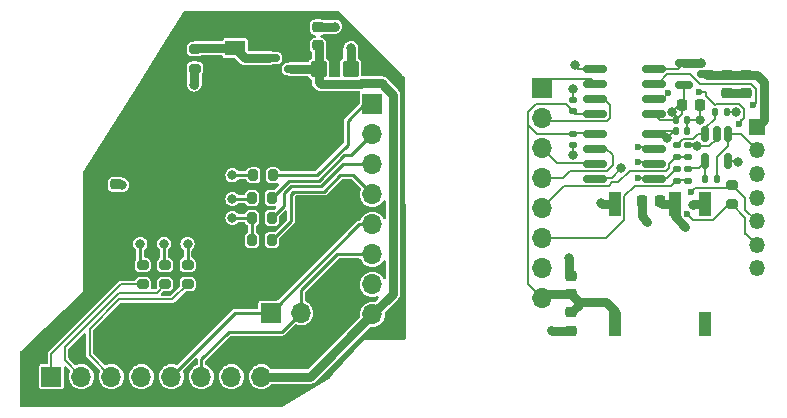
<source format=gbr>
%TF.GenerationSoftware,KiCad,Pcbnew,(6.0.8-1)-1*%
%TF.CreationDate,2022-11-22T09:59:05-05:00*%
%TF.ProjectId,encoder_driver,656e636f-6465-4725-9f64-72697665722e,rev?*%
%TF.SameCoordinates,Original*%
%TF.FileFunction,Copper,L1,Top*%
%TF.FilePolarity,Positive*%
%FSLAX46Y46*%
G04 Gerber Fmt 4.6, Leading zero omitted, Abs format (unit mm)*
G04 Created by KiCad (PCBNEW (6.0.8-1)-1) date 2022-11-22 09:59:05*
%MOMM*%
%LPD*%
G01*
G04 APERTURE LIST*
G04 Aperture macros list*
%AMRoundRect*
0 Rectangle with rounded corners*
0 $1 Rounding radius*
0 $2 $3 $4 $5 $6 $7 $8 $9 X,Y pos of 4 corners*
0 Add a 4 corners polygon primitive as box body*
4,1,4,$2,$3,$4,$5,$6,$7,$8,$9,$2,$3,0*
0 Add four circle primitives for the rounded corners*
1,1,$1+$1,$2,$3*
1,1,$1+$1,$4,$5*
1,1,$1+$1,$6,$7*
1,1,$1+$1,$8,$9*
0 Add four rect primitives between the rounded corners*
20,1,$1+$1,$2,$3,$4,$5,0*
20,1,$1+$1,$4,$5,$6,$7,0*
20,1,$1+$1,$6,$7,$8,$9,0*
20,1,$1+$1,$8,$9,$2,$3,0*%
G04 Aperture macros list end*
%TA.AperFunction,SMDPad,CuDef*%
%ADD10RoundRect,0.225000X0.225000X0.250000X-0.225000X0.250000X-0.225000X-0.250000X0.225000X-0.250000X0*%
%TD*%
%TA.AperFunction,SMDPad,CuDef*%
%ADD11RoundRect,0.225000X-0.250000X0.225000X-0.250000X-0.225000X0.250000X-0.225000X0.250000X0.225000X0*%
%TD*%
%TA.AperFunction,SMDPad,CuDef*%
%ADD12RoundRect,0.200000X0.200000X0.275000X-0.200000X0.275000X-0.200000X-0.275000X0.200000X-0.275000X0*%
%TD*%
%TA.AperFunction,SMDPad,CuDef*%
%ADD13RoundRect,0.140000X0.170000X-0.140000X0.170000X0.140000X-0.170000X0.140000X-0.170000X-0.140000X0*%
%TD*%
%TA.AperFunction,SMDPad,CuDef*%
%ADD14RoundRect,0.225000X0.250000X-0.225000X0.250000X0.225000X-0.250000X0.225000X-0.250000X-0.225000X0*%
%TD*%
%TA.AperFunction,SMDPad,CuDef*%
%ADD15RoundRect,0.200000X0.275000X-0.200000X0.275000X0.200000X-0.275000X0.200000X-0.275000X-0.200000X0*%
%TD*%
%TA.AperFunction,SMDPad,CuDef*%
%ADD16RoundRect,0.135000X-0.185000X0.135000X-0.185000X-0.135000X0.185000X-0.135000X0.185000X0.135000X0*%
%TD*%
%TA.AperFunction,ComponentPad*%
%ADD17R,1.700000X1.700000*%
%TD*%
%TA.AperFunction,ComponentPad*%
%ADD18O,1.700000X1.700000*%
%TD*%
%TA.AperFunction,SMDPad,CuDef*%
%ADD19RoundRect,0.135000X0.135000X0.185000X-0.135000X0.185000X-0.135000X-0.185000X0.135000X-0.185000X0*%
%TD*%
%TA.AperFunction,SMDPad,CuDef*%
%ADD20RoundRect,0.225000X-0.225000X-0.250000X0.225000X-0.250000X0.225000X0.250000X-0.225000X0.250000X0*%
%TD*%
%TA.AperFunction,SMDPad,CuDef*%
%ADD21RoundRect,0.140000X-0.170000X0.140000X-0.170000X-0.140000X0.170000X-0.140000X0.170000X0.140000X0*%
%TD*%
%TA.AperFunction,SMDPad,CuDef*%
%ADD22RoundRect,0.150000X-0.825000X-0.150000X0.825000X-0.150000X0.825000X0.150000X-0.825000X0.150000X0*%
%TD*%
%TA.AperFunction,ComponentPad*%
%ADD23R,1.350000X1.350000*%
%TD*%
%TA.AperFunction,ComponentPad*%
%ADD24O,1.350000X1.350000*%
%TD*%
%TA.AperFunction,SMDPad,CuDef*%
%ADD25RoundRect,0.150000X0.825000X0.150000X-0.825000X0.150000X-0.825000X-0.150000X0.825000X-0.150000X0*%
%TD*%
%TA.AperFunction,SMDPad,CuDef*%
%ADD26RoundRect,0.135000X0.185000X-0.135000X0.185000X0.135000X-0.185000X0.135000X-0.185000X-0.135000X0*%
%TD*%
%TA.AperFunction,SMDPad,CuDef*%
%ADD27RoundRect,0.150000X-0.587500X-0.150000X0.587500X-0.150000X0.587500X0.150000X-0.587500X0.150000X0*%
%TD*%
%TA.AperFunction,SMDPad,CuDef*%
%ADD28RoundRect,0.200000X-0.275000X0.200000X-0.275000X-0.200000X0.275000X-0.200000X0.275000X0.200000X0*%
%TD*%
%TA.AperFunction,SMDPad,CuDef*%
%ADD29RoundRect,0.150000X-0.150000X0.512500X-0.150000X-0.512500X0.150000X-0.512500X0.150000X0.512500X0*%
%TD*%
%TA.AperFunction,SMDPad,CuDef*%
%ADD30R,1.700000X1.300000*%
%TD*%
%TA.AperFunction,SMDPad,CuDef*%
%ADD31R,1.000000X2.100000*%
%TD*%
%TA.AperFunction,SMDPad,CuDef*%
%ADD32RoundRect,0.135000X-0.135000X-0.185000X0.135000X-0.185000X0.135000X0.185000X-0.135000X0.185000X0*%
%TD*%
%TA.AperFunction,SMDPad,CuDef*%
%ADD33RoundRect,0.140000X-0.140000X-0.170000X0.140000X-0.170000X0.140000X0.170000X-0.140000X0.170000X0*%
%TD*%
%TA.AperFunction,SMDPad,CuDef*%
%ADD34RoundRect,0.250000X-0.450000X-0.425000X0.450000X-0.425000X0.450000X0.425000X-0.450000X0.425000X0*%
%TD*%
%TA.AperFunction,ViaPad*%
%ADD35C,0.600000*%
%TD*%
%TA.AperFunction,ViaPad*%
%ADD36C,0.800000*%
%TD*%
%TA.AperFunction,Conductor*%
%ADD37C,0.200000*%
%TD*%
%TA.AperFunction,Conductor*%
%ADD38C,0.800000*%
%TD*%
%TA.AperFunction,Conductor*%
%ADD39C,0.400000*%
%TD*%
%TA.AperFunction,Conductor*%
%ADD40C,0.250000*%
%TD*%
G04 APERTURE END LIST*
D10*
%TO.P,C4,1*%
%TO.N,B+5V*%
X146205400Y-82206400D03*
%TO.P,C4,2*%
%TO.N,BGND*%
X144655400Y-82206400D03*
%TD*%
D11*
%TO.P,C15,1*%
%TO.N,B+5V*%
X153450000Y-71505000D03*
%TO.P,C15,2*%
%TO.N,BGND*%
X153450000Y-73055000D03*
%TD*%
D12*
%TO.P,R6,1*%
%TO.N,MOSI*%
X113325000Y-83600000D03*
%TO.P,R6,2*%
%TO.N,Net-(R6-Pad2)*%
X111675000Y-83600000D03*
%TD*%
D13*
%TO.P,C5,1*%
%TO.N,A+5V*%
X138800000Y-74560000D03*
%TO.P,C5,2*%
%TO.N,AGND*%
X138800000Y-73600000D03*
%TD*%
D14*
%TO.P,C10,1*%
%TO.N,A+5V*%
X138700000Y-90080000D03*
%TO.P,C10,2*%
%TO.N,AGND*%
X138700000Y-88530000D03*
%TD*%
D15*
%TO.P,R15,1*%
%TO.N,BMOSI*%
X152263000Y-82435000D03*
%TO.P,R15,2*%
%TO.N,BMISO*%
X152263000Y-80785000D03*
%TD*%
D16*
%TO.P,R11,1*%
%TO.N,Net-(R11-Pad1)*%
X148600000Y-79460000D03*
%TO.P,R11,2*%
%TO.N,ATRM2*%
X148600000Y-80480000D03*
%TD*%
D17*
%TO.P,J2,1,Pin_1*%
%TO.N,IFA*%
X94670000Y-97040000D03*
D18*
%TO.P,J2,2,Pin_2*%
%TO.N,IFB*%
X97210000Y-97040000D03*
%TO.P,J2,3,Pin_3*%
%TO.N,IFC*%
X99750000Y-97040000D03*
%TO.P,J2,4,Pin_4*%
%TO.N,unconnected-(J2-Pad4)*%
X102290000Y-97040000D03*
%TO.P,J2,5,Pin_5*%
%TO.N,TRM1*%
X104830000Y-97040000D03*
%TO.P,J2,6,Pin_6*%
%TO.N,TRM2*%
X107370000Y-97040000D03*
%TO.P,J2,7,Pin_7*%
%TO.N,GND*%
X109910000Y-97040000D03*
%TO.P,J2,8,Pin_8*%
%TO.N,VIN*%
X112450000Y-97040000D03*
%TD*%
D19*
%TO.P,R12,1*%
%TO.N,BTEMP*%
X151020000Y-80280000D03*
%TO.P,R12,2*%
%TO.N,Net-(R11-Pad1)*%
X150000000Y-80280000D03*
%TD*%
D20*
%TO.P,C16,1*%
%TO.N,+3V3*%
X148025000Y-74080000D03*
%TO.P,C16,2*%
%TO.N,BGND*%
X149575000Y-74080000D03*
%TD*%
D14*
%TO.P,C2,1*%
%TO.N,VIN*%
X117250000Y-69000000D03*
%TO.P,C2,2*%
%TO.N,GND*%
X117250000Y-67450000D03*
%TD*%
D17*
%TO.P,J5,1,Pin_1*%
%TO.N,ASCLK*%
X136200000Y-72605000D03*
D18*
%TO.P,J5,2,Pin_2*%
%TO.N,ACSQ*%
X136200000Y-75145000D03*
%TO.P,J5,3,Pin_3*%
%TO.N,AMOSI*%
X136200000Y-77685000D03*
%TO.P,J5,4,Pin_4*%
%TO.N,AMISO*%
X136200000Y-80225000D03*
%TO.P,J5,5,Pin_5*%
%TO.N,ATRM1*%
X136200000Y-82765000D03*
%TO.P,J5,6,Pin_6*%
%TO.N,ATRM2*%
X136200000Y-85305000D03*
%TO.P,J5,7,Pin_7*%
%TO.N,AGND*%
X136200000Y-87845000D03*
%TO.P,J5,8,Pin_8*%
%TO.N,A+5V*%
X136200000Y-90385000D03*
%TD*%
D17*
%TO.P,J1,1,Pin_1*%
%TO.N,SCK*%
X121847906Y-73999302D03*
D18*
%TO.P,J1,2,Pin_2*%
%TO.N,CSQ*%
X121847906Y-76539302D03*
%TO.P,J1,3,Pin_3*%
%TO.N,MOSI*%
X121847906Y-79079302D03*
%TO.P,J1,4,Pin_4*%
%TO.N,MISO*%
X121847906Y-81619302D03*
%TO.P,J1,5,Pin_5*%
%TO.N,TRM1*%
X121847906Y-84159302D03*
%TO.P,J1,6,Pin_6*%
%TO.N,TRM2*%
X121847906Y-86699302D03*
%TO.P,J1,7,Pin_7*%
%TO.N,GND*%
X121847906Y-89239302D03*
%TO.P,J1,8,Pin_8*%
%TO.N,VIN*%
X121847906Y-91779302D03*
%TD*%
D21*
%TO.P,C6,1*%
%TO.N,A+5V*%
X138800000Y-76480000D03*
%TO.P,C6,2*%
%TO.N,AGND*%
X138800000Y-77440000D03*
%TD*%
D22*
%TO.P,U6,1,VCC1*%
%TO.N,A+5V*%
X140725000Y-76466000D03*
%TO.P,U6,2,VI1*%
%TO.N,AMISO*%
X140725000Y-77736000D03*
%TO.P,U6,3,VO2*%
%TO.N,AMOSI*%
X140725000Y-79006000D03*
%TO.P,U6,4,GND1*%
%TO.N,AGND*%
X140725000Y-80276000D03*
%TO.P,U6,5,GND2*%
%TO.N,BGND*%
X145675000Y-80276000D03*
%TO.P,U6,6,VI2*%
%TO.N,BMOSI*%
X145675000Y-79006000D03*
%TO.P,U6,7,V01*%
%TO.N,BMISO*%
X145675000Y-77736000D03*
%TO.P,U6,8,VCC2*%
%TO.N,+3V3*%
X145675000Y-76466000D03*
%TD*%
D12*
%TO.P,R4,1*%
%TO.N,SCK*%
X113425000Y-80000000D03*
%TO.P,R4,2*%
%TO.N,Net-(R4-Pad2)*%
X111775000Y-80000000D03*
%TD*%
D23*
%TO.P,J4,1,Pin_1*%
%TO.N,B+5V*%
X154400000Y-75880000D03*
D24*
%TO.P,J4,2,Pin_2*%
%TO.N,BTEMP*%
X154400000Y-77880000D03*
%TO.P,J4,3,Pin_3*%
%TO.N,BCSQ*%
X154400000Y-79880000D03*
%TO.P,J4,4,Pin_4*%
%TO.N,BSCLK*%
X154400000Y-81880000D03*
%TO.P,J4,5,Pin_5*%
%TO.N,BMISO*%
X154400000Y-83880000D03*
%TO.P,J4,6,Pin_6*%
%TO.N,BMOSI*%
X154400000Y-85880000D03*
%TO.P,J4,7,Pin_7*%
%TO.N,BGND*%
X154400000Y-87880000D03*
%TD*%
D17*
%TO.P,J3,1,Pin_1*%
%TO.N,TRM1*%
X113250000Y-91650000D03*
D18*
%TO.P,J3,2,Pin_2*%
%TO.N,TRM2*%
X115790000Y-91650000D03*
%TD*%
D16*
%TO.P,R14,1*%
%TO.N,Net-(R10-Pad1)*%
X147600000Y-77470000D03*
%TO.P,R14,2*%
%TO.N,ATRM1*%
X147600000Y-78490000D03*
%TD*%
D11*
%TO.P,C9,1*%
%TO.N,A+5V*%
X138700000Y-91605000D03*
%TO.P,C9,2*%
%TO.N,AGND*%
X138700000Y-93155000D03*
%TD*%
D25*
%TO.P,U5,1,VCC1*%
%TO.N,+3V3*%
X145675000Y-74785000D03*
%TO.P,U5,2,VI1*%
%TO.N,BCSQ*%
X145675000Y-73515000D03*
%TO.P,U5,3,VI2*%
%TO.N,BSCLK*%
X145675000Y-72245000D03*
%TO.P,U5,4,GND1*%
%TO.N,BGND*%
X145675000Y-70975000D03*
%TO.P,U5,5,GND2*%
%TO.N,AGND*%
X140725000Y-70975000D03*
%TO.P,U5,6,V02*%
%TO.N,ASCLK*%
X140725000Y-72245000D03*
%TO.P,U5,7,VO1*%
%TO.N,ACSQ*%
X140725000Y-73515000D03*
%TO.P,U5,8,VCC2*%
%TO.N,A+5V*%
X140725000Y-74785000D03*
%TD*%
D26*
%TO.P,R13,1*%
%TO.N,ATRM2*%
X147600000Y-80480000D03*
%TO.P,R13,2*%
%TO.N,BGND*%
X147600000Y-79460000D03*
%TD*%
D27*
%TO.P,Q1,1,G*%
%TO.N,Net-(D1-Pad2)*%
X113252500Y-70060000D03*
%TO.P,Q1,2,S*%
%TO.N,+5V*%
X113252500Y-71960000D03*
%TO.P,Q1,3,D*%
%TO.N,VIN*%
X115127500Y-71010000D03*
%TD*%
D28*
%TO.P,R2,1*%
%TO.N,Net-(R2-Pad1)*%
X104300000Y-87575000D03*
%TO.P,R2,2*%
%TO.N,IFB*%
X104300000Y-89225000D03*
%TD*%
D27*
%TO.P,U3,1,GND*%
%TO.N,BGND*%
X148200000Y-70480000D03*
%TO.P,U3,2,VO*%
%TO.N,+3V3*%
X148200000Y-72380000D03*
%TO.P,U3,3,VI*%
%TO.N,B+5V*%
X150075000Y-71430000D03*
%TD*%
D29*
%TO.P,U2,1*%
%TO.N,BTEMP*%
X151950000Y-76542500D03*
%TO.P,U2,2,V+*%
%TO.N,+3V3*%
X151000000Y-76542500D03*
%TO.P,U2,3,+*%
%TO.N,Net-(R10-Pad1)*%
X150050000Y-76542500D03*
%TO.P,U2,4,-*%
%TO.N,Net-(R11-Pad1)*%
X150050000Y-78817500D03*
%TO.P,U2,5,V-*%
%TO.N,BGND*%
X151950000Y-78817500D03*
%TD*%
D30*
%TO.P,D1,1,K*%
%TO.N,+5V*%
X110250000Y-72750000D03*
%TO.P,D1,2,A*%
%TO.N,Net-(D1-Pad2)*%
X110250000Y-69250000D03*
%TD*%
D14*
%TO.P,C1,1*%
%TO.N,+5V*%
X100150000Y-82325000D03*
%TO.P,C1,2*%
%TO.N,GND*%
X100150000Y-80775000D03*
%TD*%
D31*
%TO.P,U4,1,GND*%
%TO.N,BGND*%
X150010000Y-82400000D03*
%TO.P,U4,2,VIN*%
%TO.N,B+5V*%
X147470000Y-82400000D03*
%TO.P,U4,3,0V*%
%TO.N,AGND*%
X142390000Y-82400000D03*
%TO.P,U4,4,+VO*%
%TO.N,A+5V*%
X142390000Y-92560000D03*
%TO.P,U4,5,NC*%
%TO.N,unconnected-(U4-Pad5)*%
X150010000Y-92560000D03*
%TD*%
D11*
%TO.P,C17,1*%
%TO.N,B+5V*%
X151850000Y-71505000D03*
%TO.P,C17,2*%
%TO.N,BGND*%
X151850000Y-73055000D03*
%TD*%
D16*
%TO.P,R9,1*%
%TO.N,+3V3*%
X148600000Y-77470000D03*
%TO.P,R9,2*%
%TO.N,ATRM1*%
X148600000Y-78490000D03*
%TD*%
D28*
%TO.P,R3,1*%
%TO.N,Net-(R3-Pad1)*%
X106200000Y-87575000D03*
%TO.P,R3,2*%
%TO.N,IFC*%
X106200000Y-89225000D03*
%TD*%
D32*
%TO.P,R10,1*%
%TO.N,Net-(R10-Pad1)*%
X150890000Y-74680000D03*
%TO.P,R10,2*%
%TO.N,BGND*%
X151910000Y-74680000D03*
%TD*%
D33*
%TO.P,C11,1*%
%TO.N,+3V3*%
X147520000Y-76280000D03*
%TO.P,C11,2*%
%TO.N,BGND*%
X148480000Y-76280000D03*
%TD*%
D12*
%TO.P,R7,1*%
%TO.N,MISO*%
X113325000Y-85500000D03*
%TO.P,R7,2*%
%TO.N,Net-(R6-Pad2)*%
X111675000Y-85500000D03*
%TD*%
%TO.P,R5,1*%
%TO.N,CSQ*%
X113325000Y-81900000D03*
%TO.P,R5,2*%
%TO.N,Net-(R5-Pad2)*%
X111675000Y-81900000D03*
%TD*%
D34*
%TO.P,C3,1*%
%TO.N,VIN*%
X117300000Y-71000000D03*
%TO.P,C3,2*%
%TO.N,GND*%
X120000000Y-71000000D03*
%TD*%
D28*
%TO.P,R1,1*%
%TO.N,Net-(R1-Pad1)*%
X102400000Y-87575000D03*
%TO.P,R1,2*%
%TO.N,IFA*%
X102400000Y-89225000D03*
%TD*%
D33*
%TO.P,C8,1*%
%TO.N,+3V3*%
X147520000Y-75280000D03*
%TO.P,C8,2*%
%TO.N,BGND*%
X148480000Y-75280000D03*
%TD*%
D28*
%TO.P,R8,1*%
%TO.N,Net-(D1-Pad2)*%
X106831600Y-69313400D03*
%TO.P,R8,2*%
%TO.N,GND*%
X106831600Y-70963400D03*
%TD*%
D35*
%TO.N,BGND*%
X144303200Y-80250600D03*
D36*
X145125600Y-83933600D03*
%TO.N,B+5V*%
X148326000Y-84340000D03*
%TO.N,+5V*%
X101300000Y-82400000D03*
%TO.N,GND*%
X118650000Y-67400000D03*
X100650000Y-80800000D03*
X106756600Y-72313400D03*
X120050000Y-69200000D03*
%TO.N,AGND*%
X138800000Y-72680000D03*
X139000000Y-70680000D03*
X142879353Y-79401353D03*
X141214000Y-82358800D03*
X138525000Y-87005000D03*
D35*
X137000000Y-93080000D03*
D36*
X138800000Y-78280000D03*
%TO.N,BGND*%
X149600000Y-75280000D03*
X152800000Y-78880000D03*
X149690395Y-70507460D03*
D35*
X152625000Y-73055000D03*
D36*
X152600000Y-74680000D03*
X149000000Y-82480000D03*
%TO.N,+3V3*%
X147200000Y-74680000D03*
X146811576Y-76813332D03*
X149328926Y-77540413D03*
D35*
%TO.N,BMOSI*%
X148513587Y-83236642D03*
X144300000Y-78880000D03*
%TO.N,BMISO*%
X148800000Y-81380000D03*
X144350000Y-77630000D03*
%TO.N,BCSQ*%
X146900000Y-73030000D03*
X149500000Y-72930000D03*
X152850000Y-75630000D03*
%TO.N,BSCLK*%
X154100500Y-74080000D03*
D36*
%TO.N,Net-(R1-Pad1)*%
X102200000Y-85800000D03*
%TO.N,Net-(R2-Pad1)*%
X104200000Y-85800000D03*
%TO.N,Net-(R3-Pad1)*%
X106200000Y-85800000D03*
%TO.N,Net-(R4-Pad2)*%
X110000000Y-80000000D03*
%TO.N,Net-(R5-Pad2)*%
X110000000Y-82000000D03*
%TO.N,Net-(R6-Pad2)*%
X110000000Y-83600000D03*
%TD*%
D37*
%TO.N,BGND*%
X144303200Y-80250600D02*
X145643200Y-80250600D01*
%TO.N,ATRM2*%
X136200000Y-85305000D02*
X141635000Y-85305000D01*
X141635000Y-85305000D02*
X143190000Y-83750000D01*
X143190000Y-83750000D02*
X143190000Y-81785800D01*
X144087200Y-80888600D02*
X146891400Y-80888600D01*
X146900000Y-80880000D02*
X147110000Y-80880000D01*
X143190000Y-81785800D02*
X144087200Y-80888600D01*
X146891400Y-80888600D02*
X146900000Y-80880000D01*
X147110000Y-80880000D02*
X147600000Y-80390000D01*
X147600000Y-80390000D02*
X148600000Y-80390000D01*
%TO.N,ATRM1*%
X147600000Y-78390000D02*
X146950000Y-79040000D01*
X146950000Y-79366000D02*
X146675000Y-79641000D01*
X146950000Y-79040000D02*
X146950000Y-79366000D01*
X146675000Y-79641000D02*
X143629656Y-79641000D01*
X143629656Y-79641000D02*
X142685656Y-80585000D01*
X142685656Y-80585000D02*
X142153800Y-80585000D01*
X142153800Y-80585000D02*
X141862800Y-80876000D01*
X141862800Y-80876000D02*
X138089000Y-80876000D01*
X138089000Y-80876000D02*
X136200000Y-82765000D01*
D38*
%TO.N,BGND*%
X144655400Y-83463400D02*
X145125600Y-83933600D01*
X144655400Y-82206400D02*
X144655400Y-83463400D01*
%TO.N,B+5V*%
X148326000Y-84340000D02*
X147470000Y-83484000D01*
X147470000Y-83484000D02*
X147470000Y-82400000D01*
D37*
%TO.N,BGND*%
X146785000Y-80185000D02*
X147600000Y-79370000D01*
X145675000Y-80488600D02*
X145675000Y-80185000D01*
X145675000Y-80185000D02*
X146785000Y-80185000D01*
D38*
%TO.N,B+5V*%
X147470000Y-82400000D02*
X146399000Y-82400000D01*
X146399000Y-82400000D02*
X146205400Y-82206400D01*
%TO.N,AGND*%
X142390000Y-82400000D02*
X141255200Y-82400000D01*
X141255200Y-82400000D02*
X141214000Y-82358800D01*
D37*
%TO.N,AMISO*%
X142200000Y-79142396D02*
X141701396Y-79641000D01*
X141701396Y-79641000D02*
X138547000Y-79641000D01*
X142200000Y-78280000D02*
X142200000Y-79142396D01*
X138547000Y-79641000D02*
X137963000Y-80225000D01*
X137963000Y-80225000D02*
X136200000Y-80225000D01*
%TO.N,AGND*%
X142095706Y-80185000D02*
X140725000Y-80185000D01*
X142879353Y-79401353D02*
X142095706Y-80185000D01*
%TO.N,BMOSI*%
X153406000Y-83578000D02*
X153406000Y-84975000D01*
X152263000Y-82435000D02*
X153406000Y-83578000D01*
X153406000Y-84975000D02*
X153495000Y-84975000D01*
X153495000Y-84975000D02*
X154400000Y-85880000D01*
%TO.N,BMISO*%
X152263000Y-80785000D02*
X153425000Y-81947000D01*
X153425000Y-81947000D02*
X153425000Y-82905000D01*
X153425000Y-82905000D02*
X154400000Y-83880000D01*
%TO.N,BMOSI*%
X148513587Y-83236642D02*
X149026945Y-83750000D01*
X149026945Y-83750000D02*
X150694000Y-83750000D01*
X152009000Y-82435000D02*
X152263000Y-82435000D01*
X150694000Y-83750000D02*
X152009000Y-82435000D01*
%TO.N,BMISO*%
X148800000Y-81380000D02*
X149130000Y-81050000D01*
X149130000Y-81050000D02*
X151998000Y-81050000D01*
X151998000Y-81050000D02*
X152263000Y-80785000D01*
D39*
%TO.N,+5V*%
X100150000Y-82325000D02*
X100225000Y-82400000D01*
X100225000Y-82400000D02*
X101300000Y-82400000D01*
D38*
X112312500Y-72750000D02*
X113112500Y-71950000D01*
X110250000Y-72750000D02*
X112312500Y-72750000D01*
%TO.N,GND*%
X106781600Y-72288400D02*
X106756600Y-72313400D01*
X120000000Y-69250000D02*
X120050000Y-69200000D01*
X120000000Y-71000000D02*
X120000000Y-69250000D01*
D40*
X100150000Y-80775000D02*
X100625000Y-80775000D01*
D38*
X117250000Y-67450000D02*
X118600000Y-67450000D01*
X106781600Y-70913400D02*
X106781600Y-72288400D01*
X118600000Y-67450000D02*
X118650000Y-67400000D01*
D40*
X100625000Y-80775000D02*
X100650000Y-80800000D01*
D38*
%TO.N,VIN*%
X120900000Y-72220000D02*
X120845000Y-72275000D01*
X116587208Y-97040000D02*
X121847906Y-91779302D01*
X123600000Y-73170000D02*
X122950000Y-72520000D01*
X117300000Y-71000000D02*
X114987500Y-71000000D01*
X117300000Y-72100000D02*
X117475000Y-72275000D01*
X122950000Y-72520000D02*
X122950000Y-72510000D01*
X122950000Y-72510000D02*
X122660000Y-72220000D01*
X117475000Y-72275000D02*
X120845000Y-72275000D01*
X122660000Y-72220000D02*
X120900000Y-72220000D01*
X112450000Y-97040000D02*
X116587208Y-97040000D01*
X121847906Y-91779302D02*
X123600000Y-90027208D01*
X123600000Y-90027208D02*
X123600000Y-73170000D01*
X117300000Y-71000000D02*
X117300000Y-72100000D01*
X117300000Y-69050000D02*
X117250000Y-69000000D01*
X117300000Y-71000000D02*
X117300000Y-69050000D01*
%TO.N,Net-(D1-Pad2)*%
X111050000Y-70050000D02*
X110250000Y-69250000D01*
X113112500Y-70050000D02*
X111050000Y-70050000D01*
X106895000Y-69250000D02*
X106831600Y-69313400D01*
X110250000Y-69250000D02*
X106895000Y-69250000D01*
D37*
%TO.N,A+5V*%
X135050000Y-75730000D02*
X135800000Y-76480000D01*
X138905000Y-76375000D02*
X138800000Y-76480000D01*
X138800000Y-74560000D02*
X138235000Y-73995000D01*
X140725000Y-74785000D02*
X139025000Y-74785000D01*
X138235000Y-73995000D02*
X135723654Y-73995000D01*
D38*
X136505000Y-90080000D02*
X136200000Y-90385000D01*
D37*
X140725000Y-76375000D02*
X138905000Y-76375000D01*
D38*
X142390000Y-92560000D02*
X142390000Y-91470000D01*
D37*
X135800000Y-76480000D02*
X138800000Y-76480000D01*
X135723654Y-73995000D02*
X135050000Y-74668654D01*
D38*
X138700000Y-90080000D02*
X136505000Y-90080000D01*
X139325000Y-90980000D02*
X138700000Y-91605000D01*
X142390000Y-91470000D02*
X141625000Y-90705000D01*
D37*
X139025000Y-74785000D02*
X138800000Y-74560000D01*
X135050000Y-74668654D02*
X135050000Y-75730000D01*
X135050000Y-89235000D02*
X136200000Y-90385000D01*
D38*
X141625000Y-90705000D02*
X139325000Y-90705000D01*
D37*
X135050000Y-75730000D02*
X135050000Y-89235000D01*
D38*
X139325000Y-90705000D02*
X139325000Y-90980000D01*
X139325000Y-90705000D02*
X138700000Y-90080000D01*
%TO.N,AGND*%
X138700000Y-93155000D02*
X137075000Y-93155000D01*
X138500000Y-87030000D02*
X138525000Y-87005000D01*
D37*
X138800000Y-73600000D02*
X138800000Y-72680000D01*
X138800000Y-77440000D02*
X138800000Y-78280000D01*
X140725000Y-70975000D02*
X139295000Y-70975000D01*
D38*
X138500000Y-88430000D02*
X138500000Y-87030000D01*
X137075000Y-93155000D02*
X137000000Y-93080000D01*
D37*
X139295000Y-70975000D02*
X139000000Y-70680000D01*
D38*
%TO.N,B+5V*%
X152000000Y-71505000D02*
X150150000Y-71505000D01*
X155000000Y-75280000D02*
X155000000Y-72080000D01*
X150150000Y-71505000D02*
X150075000Y-71430000D01*
X154425000Y-71505000D02*
X152000000Y-71505000D01*
X155000000Y-72080000D02*
X154425000Y-71505000D01*
X154400000Y-75880000D02*
X155000000Y-75280000D01*
D37*
%TO.N,BGND*%
X151910000Y-74680000D02*
X152600000Y-74680000D01*
D38*
X152625000Y-73055000D02*
X152000000Y-73055000D01*
D37*
X149575000Y-74080000D02*
X149575000Y-75255000D01*
D38*
X153600000Y-73055000D02*
X152625000Y-73055000D01*
X150010000Y-82400000D02*
X149080000Y-82400000D01*
X149690395Y-70507460D02*
X148227460Y-70507460D01*
D37*
X148480000Y-76280000D02*
X148480000Y-75280000D01*
X149575000Y-75255000D02*
X149600000Y-75280000D01*
D38*
X149080000Y-82400000D02*
X149000000Y-82480000D01*
D37*
X152737500Y-78817500D02*
X152800000Y-78880000D01*
X148480000Y-75280000D02*
X149600000Y-75280000D01*
X151950000Y-78817500D02*
X152737500Y-78817500D01*
X147705000Y-70975000D02*
X148200000Y-70480000D01*
X145675000Y-70975000D02*
X147705000Y-70975000D01*
D38*
X148227460Y-70507460D02*
X148200000Y-70480000D01*
D37*
%TO.N,Net-(R11-Pad1)*%
X150000000Y-78867500D02*
X150050000Y-78817500D01*
X148600000Y-79370000D02*
X149497500Y-79370000D01*
X150000000Y-80480000D02*
X150000000Y-78867500D01*
X149497500Y-79370000D02*
X150050000Y-78817500D01*
D40*
%TO.N,TRM1*%
X110220000Y-91650000D02*
X104830000Y-97040000D01*
X113250000Y-91650000D02*
X110220000Y-91650000D01*
X120740698Y-84159302D02*
X113250000Y-91650000D01*
X121847906Y-84159302D02*
X120740698Y-84159302D01*
%TO.N,TRM2*%
X109690000Y-93260000D02*
X107370000Y-95580000D01*
X114180000Y-93260000D02*
X109690000Y-93260000D01*
X118837094Y-86699302D02*
X115790000Y-89746396D01*
X121847906Y-86699302D02*
X118837094Y-86699302D01*
X115790000Y-91650000D02*
X114180000Y-93260000D01*
X107370000Y-95580000D02*
X107370000Y-97040000D01*
X115790000Y-89746396D02*
X115790000Y-91650000D01*
%TO.N,SCK*%
X117147906Y-79999302D02*
X113425698Y-79999302D01*
X119747906Y-77399302D02*
X119747906Y-75399302D01*
X121147906Y-73999302D02*
X121847906Y-73999302D01*
X117147906Y-79999302D02*
X119747906Y-77399302D01*
X119747906Y-75399302D02*
X121147906Y-73999302D01*
X113425698Y-79999302D02*
X113425000Y-80000000D01*
D37*
%TO.N,+3V3*%
X148025000Y-74080000D02*
X148025000Y-74775000D01*
X148025000Y-74080000D02*
X147800000Y-74080000D01*
X147520000Y-76280000D02*
X147344908Y-76280000D01*
X148200000Y-73905000D02*
X148025000Y-74080000D01*
X148025000Y-74775000D02*
X147520000Y-75280000D01*
X147344908Y-76280000D02*
X146811576Y-76813332D01*
X148200000Y-72380000D02*
X148200000Y-73905000D01*
X151000000Y-76542500D02*
X151000000Y-76891396D01*
X151000000Y-76891396D02*
X150350983Y-77540413D01*
X150350983Y-77540413D02*
X149328926Y-77540413D01*
X145770000Y-76280000D02*
X145675000Y-76375000D01*
X149158513Y-77370000D02*
X149328926Y-77540413D01*
X147520000Y-75280000D02*
X146170000Y-75280000D01*
X148600000Y-77370000D02*
X149158513Y-77370000D01*
X147520000Y-75000000D02*
X147200000Y-74680000D01*
X146170000Y-75280000D02*
X145675000Y-74785000D01*
X147520000Y-75280000D02*
X147520000Y-75000000D01*
X147520000Y-76280000D02*
X145770000Y-76280000D01*
X147800000Y-74080000D02*
X147200000Y-74680000D01*
%TO.N,ATRM1*%
X148550000Y-78480000D02*
X147550000Y-78480000D01*
%TO.N,BTEMP*%
X151950000Y-77518604D02*
X151950000Y-76542500D01*
X151020000Y-80480000D02*
X151020000Y-78448604D01*
X151020000Y-78448604D02*
X151950000Y-77518604D01*
X154400000Y-77880000D02*
X153062500Y-76542500D01*
X153062500Y-76542500D02*
X151950000Y-76542500D01*
D40*
%TO.N,CSQ*%
X119466104Y-78317500D02*
X117334302Y-80449302D01*
X121847906Y-76539302D02*
X120069708Y-78317500D01*
X120069708Y-78317500D02*
X119466104Y-78317500D01*
X114775698Y-80449302D02*
X113325000Y-81900000D01*
X117334302Y-80449302D02*
X114775698Y-80449302D01*
D37*
%TO.N,IFA*%
X94670000Y-95110000D02*
X94670000Y-97040000D01*
X100555000Y-89225000D02*
X94670000Y-95110000D01*
X102400000Y-89225000D02*
X100555000Y-89225000D01*
%TO.N,IFC*%
X104915000Y-90510000D02*
X106200000Y-89225000D01*
X100401372Y-90510000D02*
X104915000Y-90510000D01*
X99750000Y-97040000D02*
X97905686Y-95195686D01*
X97905686Y-95195686D02*
X97905686Y-93005686D01*
X97905686Y-93005686D02*
X100401372Y-90510000D01*
%TO.N,IFB*%
X100420686Y-89925000D02*
X95817843Y-94527843D01*
X103600000Y-89925000D02*
X100420686Y-89925000D01*
X95817843Y-94527843D02*
X95817843Y-95647843D01*
X95817843Y-95647843D02*
X97210000Y-97040000D01*
X104300000Y-89225000D02*
X103600000Y-89925000D01*
%TO.N,BMOSI*%
X145640000Y-78880000D02*
X145675000Y-78915000D01*
X144300000Y-78880000D02*
X145640000Y-78880000D01*
%TO.N,BMISO*%
X145660000Y-77630000D02*
X145675000Y-77645000D01*
X144350000Y-77630000D02*
X145660000Y-77630000D01*
%TO.N,BCSQ*%
X152889950Y-73980000D02*
X153300000Y-74390050D01*
X153300000Y-75130000D02*
X153000000Y-75430000D01*
X149500000Y-72930000D02*
X150075183Y-72930000D01*
X150850000Y-74030000D02*
X150900000Y-73980000D01*
X150900000Y-73980000D02*
X152889950Y-73980000D01*
X150075183Y-73255183D02*
X150850000Y-74030000D01*
X152850000Y-75580000D02*
X152850000Y-75630000D01*
X145675000Y-73515000D02*
X146415000Y-73515000D01*
X153300000Y-74390050D02*
X153300000Y-75130000D01*
X153300000Y-75130000D02*
X152850000Y-75580000D01*
X146415000Y-73515000D02*
X146900000Y-73030000D01*
X150075183Y-72930000D02*
X150075183Y-73255183D01*
%TO.N,BSCLK*%
X149576104Y-72305000D02*
X153925000Y-72305000D01*
X148716802Y-71445698D02*
X149576104Y-72305000D01*
X146815698Y-71445698D02*
X148716802Y-71445698D01*
X145675000Y-72245000D02*
X146016396Y-72245000D01*
X154300000Y-72680000D02*
X154300000Y-73880500D01*
X146016396Y-72245000D02*
X146815698Y-71445698D01*
X154300000Y-73880500D02*
X154100500Y-74080000D01*
X153925000Y-72305000D02*
X154300000Y-72680000D01*
%TO.N,ASCLK*%
X136925000Y-71880000D02*
X136200000Y-72605000D01*
X140360000Y-71880000D02*
X136925000Y-71880000D01*
X140725000Y-72245000D02*
X140360000Y-71880000D01*
%TO.N,ACSQ*%
X141736396Y-75385000D02*
X142000000Y-75121396D01*
X136440000Y-75385000D02*
X141736396Y-75385000D01*
X142000000Y-75121396D02*
X142000000Y-74080000D01*
X142000000Y-74080000D02*
X141435000Y-73515000D01*
D39*
X140725000Y-73515000D02*
X141235000Y-73515000D01*
D37*
X136200000Y-75145000D02*
X136440000Y-75385000D01*
X141435000Y-73515000D02*
X140725000Y-73515000D01*
%TO.N,AMISO*%
X142200000Y-78280000D02*
X141565000Y-77645000D01*
X141565000Y-77645000D02*
X140725000Y-77645000D01*
%TO.N,AMOSI*%
X140660000Y-78980000D02*
X137495000Y-78980000D01*
X137495000Y-78980000D02*
X136200000Y-77685000D01*
D40*
%TO.N,MOSI*%
X114330698Y-82594302D02*
X113325000Y-83600000D01*
X121847906Y-79079302D02*
X119340698Y-79079302D01*
X114930698Y-80930698D02*
X114330698Y-81530698D01*
X117490000Y-80930000D02*
X114931396Y-80930000D01*
X119340698Y-79079302D02*
X117490000Y-80930000D01*
X114330698Y-81530698D02*
X114330698Y-82594302D01*
X114931396Y-80930000D02*
X114405698Y-81455698D01*
%TO.N,MISO*%
X114948896Y-81651104D02*
X114948896Y-81548896D01*
X117767208Y-81380000D02*
X115220000Y-81380000D01*
X119147906Y-79999302D02*
X120227906Y-79999302D01*
X113325000Y-85500000D02*
X114948896Y-83876104D01*
X117767208Y-81380000D02*
X119147906Y-79999302D01*
X120227906Y-79999302D02*
X121847906Y-81619302D01*
X115220000Y-81380000D02*
X114948896Y-81651104D01*
X114948896Y-81548896D02*
X115117094Y-81380698D01*
X114948896Y-83876104D02*
X114948896Y-81651104D01*
%TO.N,Net-(R1-Pad1)*%
X102200000Y-87375000D02*
X102400000Y-87575000D01*
X102200000Y-85800000D02*
X102200000Y-87375000D01*
%TO.N,Net-(R2-Pad1)*%
X104200000Y-85800000D02*
X104200000Y-87475000D01*
X104200000Y-87475000D02*
X104300000Y-87575000D01*
%TO.N,Net-(R3-Pad1)*%
X106200000Y-85800000D02*
X106200000Y-87575000D01*
%TO.N,Net-(R4-Pad2)*%
X110000000Y-80000000D02*
X111775000Y-80000000D01*
%TO.N,Net-(R5-Pad2)*%
X111575000Y-82000000D02*
X111675000Y-81900000D01*
X110000000Y-82000000D02*
X111575000Y-82000000D01*
%TO.N,Net-(R6-Pad2)*%
X111675000Y-83600000D02*
X111675000Y-85500000D01*
X110000000Y-83600000D02*
X111675000Y-83600000D01*
D37*
%TO.N,Net-(R10-Pad1)*%
X150890000Y-74680000D02*
X150890000Y-75190000D01*
X148170000Y-76900000D02*
X149030000Y-76900000D01*
X150050000Y-76542500D02*
X149387500Y-76542500D01*
X147600000Y-77470000D02*
X148170000Y-76900000D01*
X150890000Y-75190000D02*
X150050000Y-76030000D01*
X150050000Y-76030000D02*
X150050000Y-76542500D01*
X149030000Y-76900000D02*
X149387500Y-76542500D01*
%TD*%
%TA.AperFunction,Conductor*%
%TO.N,+5V*%
G36*
X119023276Y-66072002D02*
G01*
X119045033Y-66089695D01*
X124477825Y-71619500D01*
X124571996Y-71715353D01*
X124605469Y-71777964D01*
X124608116Y-71803373D01*
X124655522Y-92804002D01*
X124657715Y-93775716D01*
X124637866Y-93843881D01*
X124584316Y-93890495D01*
X124531715Y-93902000D01*
X121108000Y-93902000D01*
X118537851Y-96826653D01*
X118221205Y-97186974D01*
X118190794Y-97212196D01*
X116701267Y-98094879D01*
X114187705Y-99584397D01*
X114123470Y-99602000D01*
X92134000Y-99602000D01*
X92065879Y-99581998D01*
X92019386Y-99528342D01*
X92008000Y-99476000D01*
X92008000Y-97909748D01*
X93619500Y-97909748D01*
X93620707Y-97915816D01*
X93624331Y-97934033D01*
X93631133Y-97968231D01*
X93675448Y-98034552D01*
X93741769Y-98078867D01*
X93753938Y-98081288D01*
X93753939Y-98081288D01*
X93794184Y-98089293D01*
X93800252Y-98090500D01*
X95539748Y-98090500D01*
X95545816Y-98089293D01*
X95586061Y-98081288D01*
X95586062Y-98081288D01*
X95598231Y-98078867D01*
X95664552Y-98034552D01*
X95708867Y-97968231D01*
X95715670Y-97934033D01*
X95719293Y-97915816D01*
X95720500Y-97909748D01*
X95720500Y-96279661D01*
X95740502Y-96211540D01*
X95794158Y-96165047D01*
X95864432Y-96154943D01*
X95929012Y-96184437D01*
X95935595Y-96190566D01*
X96218789Y-96473760D01*
X96252815Y-96536072D01*
X96247750Y-96606887D01*
X96244949Y-96612999D01*
X96245173Y-96613095D01*
X96242743Y-96618765D01*
X96239776Y-96624162D01*
X96177484Y-96820532D01*
X96176798Y-96826649D01*
X96176797Y-96826653D01*
X96155207Y-97019137D01*
X96154520Y-97025262D01*
X96155036Y-97031406D01*
X96168100Y-97186974D01*
X96171759Y-97230553D01*
X96228544Y-97428586D01*
X96231359Y-97434063D01*
X96231360Y-97434066D01*
X96251526Y-97473305D01*
X96322712Y-97611818D01*
X96450677Y-97773270D01*
X96607564Y-97906791D01*
X96787398Y-98007297D01*
X96871280Y-98034552D01*
X96977471Y-98069056D01*
X96977475Y-98069057D01*
X96983329Y-98070959D01*
X97187894Y-98095351D01*
X97194029Y-98094879D01*
X97194031Y-98094879D01*
X97266625Y-98089293D01*
X97393300Y-98079546D01*
X97399230Y-98077890D01*
X97399232Y-98077890D01*
X97585797Y-98025800D01*
X97585796Y-98025800D01*
X97591725Y-98024145D01*
X97597214Y-98021372D01*
X97597220Y-98021370D01*
X97770116Y-97934033D01*
X97775610Y-97931258D01*
X97937951Y-97804424D01*
X98072564Y-97648472D01*
X98076481Y-97641578D01*
X98171276Y-97474707D01*
X98174323Y-97469344D01*
X98239351Y-97273863D01*
X98265171Y-97069474D01*
X98265583Y-97040000D01*
X98245480Y-96834970D01*
X98185935Y-96637749D01*
X98089218Y-96455849D01*
X98015859Y-96365902D01*
X97962906Y-96300975D01*
X97962903Y-96300972D01*
X97959011Y-96296200D01*
X97831322Y-96190566D01*
X97805025Y-96168811D01*
X97805021Y-96168809D01*
X97800275Y-96164882D01*
X97619055Y-96066897D01*
X97422254Y-96005977D01*
X97416129Y-96005333D01*
X97416128Y-96005333D01*
X97223498Y-95985087D01*
X97223496Y-95985087D01*
X97217369Y-95984443D01*
X97130529Y-95992346D01*
X97018342Y-96002555D01*
X97018339Y-96002556D01*
X97012203Y-96003114D01*
X96814572Y-96061280D01*
X96792627Y-96072752D01*
X96722994Y-96086587D01*
X96656933Y-96060578D01*
X96645157Y-96050186D01*
X96155248Y-95560277D01*
X96121222Y-95497965D01*
X96118343Y-95471182D01*
X96118343Y-94704504D01*
X96138345Y-94636383D01*
X96155248Y-94615409D01*
X97390091Y-93380566D01*
X97452403Y-93346540D01*
X97523218Y-93351605D01*
X97580054Y-93394152D01*
X97604865Y-93460672D01*
X97605186Y-93469661D01*
X97605186Y-95143320D01*
X97604990Y-95145993D01*
X97603261Y-95151028D01*
X97603697Y-95162650D01*
X97603697Y-95162652D01*
X97605097Y-95199941D01*
X97605186Y-95204667D01*
X97605186Y-95223634D01*
X97606068Y-95228369D01*
X97606296Y-95231895D01*
X97607460Y-95262894D01*
X97612050Y-95273579D01*
X97613087Y-95278179D01*
X97616648Y-95289900D01*
X97618347Y-95294303D01*
X97620477Y-95305739D01*
X97626581Y-95315641D01*
X97633413Y-95326725D01*
X97641917Y-95343097D01*
X97648137Y-95357574D01*
X97648139Y-95357578D01*
X97651650Y-95365749D01*
X97655664Y-95370635D01*
X97657849Y-95372820D01*
X97659901Y-95375083D01*
X97659741Y-95375228D01*
X97666861Y-95384235D01*
X97673113Y-95391130D01*
X97679218Y-95401034D01*
X97701006Y-95417602D01*
X97713825Y-95428796D01*
X98758789Y-96473760D01*
X98792815Y-96536072D01*
X98787750Y-96606887D01*
X98784949Y-96612999D01*
X98785173Y-96613095D01*
X98782743Y-96618765D01*
X98779776Y-96624162D01*
X98717484Y-96820532D01*
X98716798Y-96826649D01*
X98716797Y-96826653D01*
X98695207Y-97019137D01*
X98694520Y-97025262D01*
X98695036Y-97031406D01*
X98708100Y-97186974D01*
X98711759Y-97230553D01*
X98768544Y-97428586D01*
X98771359Y-97434063D01*
X98771360Y-97434066D01*
X98791526Y-97473305D01*
X98862712Y-97611818D01*
X98990677Y-97773270D01*
X99147564Y-97906791D01*
X99327398Y-98007297D01*
X99411280Y-98034552D01*
X99517471Y-98069056D01*
X99517475Y-98069057D01*
X99523329Y-98070959D01*
X99727894Y-98095351D01*
X99734029Y-98094879D01*
X99734031Y-98094879D01*
X99806625Y-98089293D01*
X99933300Y-98079546D01*
X99939230Y-98077890D01*
X99939232Y-98077890D01*
X100125797Y-98025800D01*
X100125796Y-98025800D01*
X100131725Y-98024145D01*
X100137214Y-98021372D01*
X100137220Y-98021370D01*
X100310116Y-97934033D01*
X100315610Y-97931258D01*
X100477951Y-97804424D01*
X100612564Y-97648472D01*
X100616481Y-97641578D01*
X100711276Y-97474707D01*
X100714323Y-97469344D01*
X100779351Y-97273863D01*
X100805171Y-97069474D01*
X100805583Y-97040000D01*
X100804138Y-97025262D01*
X101234520Y-97025262D01*
X101235036Y-97031406D01*
X101248100Y-97186974D01*
X101251759Y-97230553D01*
X101308544Y-97428586D01*
X101311359Y-97434063D01*
X101311360Y-97434066D01*
X101331526Y-97473305D01*
X101402712Y-97611818D01*
X101530677Y-97773270D01*
X101687564Y-97906791D01*
X101867398Y-98007297D01*
X101951280Y-98034552D01*
X102057471Y-98069056D01*
X102057475Y-98069057D01*
X102063329Y-98070959D01*
X102267894Y-98095351D01*
X102274029Y-98094879D01*
X102274031Y-98094879D01*
X102346625Y-98089293D01*
X102473300Y-98079546D01*
X102479230Y-98077890D01*
X102479232Y-98077890D01*
X102665797Y-98025800D01*
X102665796Y-98025800D01*
X102671725Y-98024145D01*
X102677214Y-98021372D01*
X102677220Y-98021370D01*
X102850116Y-97934033D01*
X102855610Y-97931258D01*
X103017951Y-97804424D01*
X103152564Y-97648472D01*
X103156481Y-97641578D01*
X103251276Y-97474707D01*
X103254323Y-97469344D01*
X103319351Y-97273863D01*
X103345171Y-97069474D01*
X103345583Y-97040000D01*
X103344138Y-97025262D01*
X103774520Y-97025262D01*
X103775036Y-97031406D01*
X103788100Y-97186974D01*
X103791759Y-97230553D01*
X103848544Y-97428586D01*
X103851359Y-97434063D01*
X103851360Y-97434066D01*
X103871526Y-97473305D01*
X103942712Y-97611818D01*
X104070677Y-97773270D01*
X104227564Y-97906791D01*
X104407398Y-98007297D01*
X104491280Y-98034552D01*
X104597471Y-98069056D01*
X104597475Y-98069057D01*
X104603329Y-98070959D01*
X104807894Y-98095351D01*
X104814029Y-98094879D01*
X104814031Y-98094879D01*
X104886625Y-98089293D01*
X105013300Y-98079546D01*
X105019230Y-98077890D01*
X105019232Y-98077890D01*
X105205797Y-98025800D01*
X105205796Y-98025800D01*
X105211725Y-98024145D01*
X105217214Y-98021372D01*
X105217220Y-98021370D01*
X105390116Y-97934033D01*
X105395610Y-97931258D01*
X105557951Y-97804424D01*
X105692564Y-97648472D01*
X105696481Y-97641578D01*
X105791276Y-97474707D01*
X105794323Y-97469344D01*
X105859351Y-97273863D01*
X105885171Y-97069474D01*
X105885583Y-97040000D01*
X105865480Y-96834970D01*
X105805935Y-96637749D01*
X105804312Y-96634696D01*
X105796944Y-96565024D01*
X105831808Y-96498518D01*
X106828625Y-95501701D01*
X106890937Y-95467675D01*
X106961752Y-95472740D01*
X107018588Y-95515287D01*
X107043240Y-95579813D01*
X107044020Y-95588727D01*
X107044500Y-95599710D01*
X107044500Y-95948688D01*
X107024498Y-96016809D01*
X106973436Y-96059107D01*
X106974572Y-96061280D01*
X106792002Y-96156726D01*
X106787201Y-96160586D01*
X106787198Y-96160588D01*
X106639101Y-96279661D01*
X106631447Y-96285815D01*
X106499024Y-96443630D01*
X106496056Y-96449028D01*
X106496053Y-96449033D01*
X106432287Y-96565024D01*
X106399776Y-96624162D01*
X106337484Y-96820532D01*
X106336798Y-96826649D01*
X106336797Y-96826653D01*
X106315207Y-97019137D01*
X106314520Y-97025262D01*
X106315036Y-97031406D01*
X106328100Y-97186974D01*
X106331759Y-97230553D01*
X106388544Y-97428586D01*
X106391359Y-97434063D01*
X106391360Y-97434066D01*
X106411526Y-97473305D01*
X106482712Y-97611818D01*
X106610677Y-97773270D01*
X106767564Y-97906791D01*
X106947398Y-98007297D01*
X107031280Y-98034552D01*
X107137471Y-98069056D01*
X107137475Y-98069057D01*
X107143329Y-98070959D01*
X107347894Y-98095351D01*
X107354029Y-98094879D01*
X107354031Y-98094879D01*
X107426625Y-98089293D01*
X107553300Y-98079546D01*
X107559230Y-98077890D01*
X107559232Y-98077890D01*
X107745797Y-98025800D01*
X107745796Y-98025800D01*
X107751725Y-98024145D01*
X107757214Y-98021372D01*
X107757220Y-98021370D01*
X107930116Y-97934033D01*
X107935610Y-97931258D01*
X108097951Y-97804424D01*
X108232564Y-97648472D01*
X108236481Y-97641578D01*
X108331276Y-97474707D01*
X108334323Y-97469344D01*
X108399351Y-97273863D01*
X108425171Y-97069474D01*
X108425583Y-97040000D01*
X108424138Y-97025262D01*
X108854520Y-97025262D01*
X108855036Y-97031406D01*
X108868100Y-97186974D01*
X108871759Y-97230553D01*
X108928544Y-97428586D01*
X108931359Y-97434063D01*
X108931360Y-97434066D01*
X108951526Y-97473305D01*
X109022712Y-97611818D01*
X109150677Y-97773270D01*
X109307564Y-97906791D01*
X109487398Y-98007297D01*
X109571280Y-98034552D01*
X109677471Y-98069056D01*
X109677475Y-98069057D01*
X109683329Y-98070959D01*
X109887894Y-98095351D01*
X109894029Y-98094879D01*
X109894031Y-98094879D01*
X109966625Y-98089293D01*
X110093300Y-98079546D01*
X110099230Y-98077890D01*
X110099232Y-98077890D01*
X110285797Y-98025800D01*
X110285796Y-98025800D01*
X110291725Y-98024145D01*
X110297214Y-98021372D01*
X110297220Y-98021370D01*
X110470116Y-97934033D01*
X110475610Y-97931258D01*
X110637951Y-97804424D01*
X110772564Y-97648472D01*
X110776481Y-97641578D01*
X110871276Y-97474707D01*
X110874323Y-97469344D01*
X110939351Y-97273863D01*
X110965171Y-97069474D01*
X110965583Y-97040000D01*
X110945480Y-96834970D01*
X110885935Y-96637749D01*
X110789218Y-96455849D01*
X110715859Y-96365902D01*
X110662906Y-96300975D01*
X110662903Y-96300972D01*
X110659011Y-96296200D01*
X110531322Y-96190566D01*
X110505025Y-96168811D01*
X110505021Y-96168809D01*
X110500275Y-96164882D01*
X110319055Y-96066897D01*
X110122254Y-96005977D01*
X110116129Y-96005333D01*
X110116128Y-96005333D01*
X109923498Y-95985087D01*
X109923496Y-95985087D01*
X109917369Y-95984443D01*
X109830529Y-95992346D01*
X109718342Y-96002555D01*
X109718339Y-96002556D01*
X109712203Y-96003114D01*
X109514572Y-96061280D01*
X109509107Y-96064137D01*
X109437729Y-96101453D01*
X109332002Y-96156726D01*
X109327201Y-96160586D01*
X109327198Y-96160588D01*
X109179101Y-96279661D01*
X109171447Y-96285815D01*
X109039024Y-96443630D01*
X109036056Y-96449028D01*
X109036053Y-96449033D01*
X108972287Y-96565024D01*
X108939776Y-96624162D01*
X108877484Y-96820532D01*
X108876798Y-96826649D01*
X108876797Y-96826653D01*
X108855207Y-97019137D01*
X108854520Y-97025262D01*
X108424138Y-97025262D01*
X108405480Y-96834970D01*
X108345935Y-96637749D01*
X108249218Y-96455849D01*
X108175859Y-96365902D01*
X108122906Y-96300975D01*
X108122903Y-96300972D01*
X108119011Y-96296200D01*
X107991322Y-96190566D01*
X107965025Y-96168811D01*
X107965021Y-96168809D01*
X107960275Y-96164882D01*
X107779055Y-96066897D01*
X107773167Y-96065074D01*
X107772676Y-96064868D01*
X107717628Y-96020033D01*
X107695500Y-95948712D01*
X107695500Y-95767016D01*
X107715502Y-95698895D01*
X107732405Y-95677921D01*
X109787922Y-93622405D01*
X109850234Y-93588379D01*
X109877017Y-93585500D01*
X114160290Y-93585500D01*
X114171272Y-93585980D01*
X114197820Y-93588303D01*
X114197822Y-93588303D01*
X114208807Y-93589264D01*
X114245215Y-93579508D01*
X114255942Y-93577130D01*
X114259301Y-93576538D01*
X114293045Y-93570588D01*
X114302590Y-93565077D01*
X114305866Y-93563885D01*
X114309034Y-93562408D01*
X114319684Y-93559554D01*
X114350544Y-93537945D01*
X114359815Y-93532039D01*
X114382906Y-93518707D01*
X114392455Y-93513194D01*
X114416685Y-93484317D01*
X114424111Y-93476215D01*
X115249122Y-92651204D01*
X115311434Y-92617178D01*
X115377151Y-92620466D01*
X115563329Y-92680959D01*
X115767894Y-92705351D01*
X115774029Y-92704879D01*
X115774031Y-92704879D01*
X115830939Y-92700500D01*
X115973300Y-92689546D01*
X115979230Y-92687890D01*
X115979232Y-92687890D01*
X116165797Y-92635800D01*
X116165796Y-92635800D01*
X116171725Y-92634145D01*
X116177214Y-92631372D01*
X116177220Y-92631370D01*
X116350116Y-92544033D01*
X116355610Y-92541258D01*
X116517951Y-92414424D01*
X116536931Y-92392436D01*
X116648540Y-92263134D01*
X116648540Y-92263133D01*
X116652564Y-92258472D01*
X116754323Y-92079344D01*
X116819351Y-91883863D01*
X116845171Y-91679474D01*
X116845583Y-91650000D01*
X116825480Y-91444970D01*
X116765935Y-91247749D01*
X116669218Y-91065849D01*
X116595859Y-90975902D01*
X116542906Y-90910975D01*
X116542903Y-90910972D01*
X116539011Y-90906200D01*
X116531384Y-90899890D01*
X116385025Y-90778811D01*
X116385021Y-90778809D01*
X116380275Y-90774882D01*
X116199055Y-90676897D01*
X116193167Y-90675074D01*
X116192676Y-90674868D01*
X116137628Y-90630033D01*
X116115500Y-90558712D01*
X116115500Y-89933412D01*
X116135502Y-89865291D01*
X116152405Y-89844317D01*
X118935015Y-87061707D01*
X118997327Y-87027681D01*
X119024110Y-87024802D01*
X120757117Y-87024802D01*
X120825238Y-87044804D01*
X120869184Y-87093208D01*
X120949608Y-87249696D01*
X120960618Y-87271120D01*
X121088583Y-87432572D01*
X121245470Y-87566093D01*
X121425304Y-87666599D01*
X121520144Y-87697415D01*
X121615377Y-87728358D01*
X121615381Y-87728359D01*
X121621235Y-87730261D01*
X121825800Y-87754653D01*
X121831935Y-87754181D01*
X121831937Y-87754181D01*
X121887945Y-87749871D01*
X122031206Y-87738848D01*
X122037136Y-87737192D01*
X122037138Y-87737192D01*
X122223703Y-87685102D01*
X122223702Y-87685102D01*
X122229631Y-87683447D01*
X122235120Y-87680674D01*
X122235126Y-87680672D01*
X122408022Y-87593335D01*
X122413516Y-87590560D01*
X122575857Y-87463726D01*
X122710470Y-87307774D01*
X122728589Y-87275880D01*
X122763944Y-87213643D01*
X122814983Y-87164292D01*
X122884601Y-87150370D01*
X122950695Y-87176296D01*
X122992280Y-87233839D01*
X122999500Y-87275880D01*
X122999500Y-88662057D01*
X122979498Y-88730178D01*
X122925842Y-88776671D01*
X122855568Y-88786775D01*
X122790988Y-88757281D01*
X122762248Y-88721210D01*
X122746956Y-88692450D01*
X122727124Y-88655151D01*
X122653765Y-88565204D01*
X122600812Y-88500277D01*
X122600809Y-88500274D01*
X122596917Y-88495502D01*
X122579692Y-88481252D01*
X122442931Y-88368113D01*
X122442927Y-88368111D01*
X122438181Y-88364184D01*
X122256961Y-88266199D01*
X122060160Y-88205279D01*
X122054035Y-88204635D01*
X122054034Y-88204635D01*
X121861404Y-88184389D01*
X121861402Y-88184389D01*
X121855275Y-88183745D01*
X121768435Y-88191648D01*
X121656248Y-88201857D01*
X121656245Y-88201858D01*
X121650109Y-88202416D01*
X121452478Y-88260582D01*
X121269908Y-88356028D01*
X121265107Y-88359888D01*
X121265104Y-88359890D01*
X121254877Y-88368113D01*
X121109353Y-88485117D01*
X120976930Y-88642932D01*
X120973962Y-88648330D01*
X120973959Y-88648335D01*
X120897916Y-88786658D01*
X120877682Y-88823464D01*
X120875819Y-88829337D01*
X120822178Y-88998437D01*
X120815390Y-89019834D01*
X120814704Y-89025951D01*
X120814703Y-89025955D01*
X120793113Y-89218439D01*
X120792426Y-89224564D01*
X120809665Y-89429855D01*
X120811364Y-89435780D01*
X120841396Y-89540513D01*
X120866450Y-89627888D01*
X120869265Y-89633365D01*
X120869266Y-89633368D01*
X120888274Y-89670353D01*
X120960618Y-89811120D01*
X121088583Y-89972572D01*
X121245470Y-90106093D01*
X121250848Y-90109099D01*
X121250850Y-90109100D01*
X121275539Y-90122898D01*
X121425304Y-90206599D01*
X121477157Y-90223447D01*
X121615377Y-90268358D01*
X121615381Y-90268359D01*
X121621235Y-90270261D01*
X121825800Y-90294653D01*
X121831935Y-90294181D01*
X121831937Y-90294181D01*
X121887945Y-90289871D01*
X122031206Y-90278848D01*
X122037140Y-90277191D01*
X122037147Y-90277190D01*
X122217786Y-90226755D01*
X122288776Y-90227701D01*
X122347986Y-90266877D01*
X122376615Y-90331845D01*
X122365576Y-90401978D01*
X122340765Y-90437208D01*
X122077803Y-90700170D01*
X122015491Y-90734196D01*
X121975537Y-90736385D01*
X121861403Y-90724389D01*
X121861402Y-90724389D01*
X121855275Y-90723745D01*
X121768435Y-90731648D01*
X121656248Y-90741857D01*
X121656245Y-90741858D01*
X121650109Y-90742416D01*
X121452478Y-90800582D01*
X121447013Y-90803439D01*
X121429825Y-90812425D01*
X121269908Y-90896028D01*
X121265107Y-90899888D01*
X121265104Y-90899890D01*
X121114160Y-91021252D01*
X121109353Y-91025117D01*
X120976930Y-91182932D01*
X120973962Y-91188330D01*
X120973959Y-91188335D01*
X120895811Y-91330488D01*
X120877682Y-91363464D01*
X120815390Y-91559834D01*
X120814704Y-91565951D01*
X120814703Y-91565955D01*
X120805276Y-91650000D01*
X120792426Y-91764564D01*
X120792942Y-91770707D01*
X120804651Y-91910145D01*
X120790419Y-91979701D01*
X120768188Y-92009784D01*
X116375378Y-96402595D01*
X116313066Y-96436621D01*
X116286283Y-96439500D01*
X113375713Y-96439500D01*
X113307592Y-96419498D01*
X113278070Y-96393136D01*
X113202906Y-96300975D01*
X113202903Y-96300972D01*
X113199011Y-96296200D01*
X113071322Y-96190566D01*
X113045025Y-96168811D01*
X113045021Y-96168809D01*
X113040275Y-96164882D01*
X112859055Y-96066897D01*
X112662254Y-96005977D01*
X112656129Y-96005333D01*
X112656128Y-96005333D01*
X112463498Y-95985087D01*
X112463496Y-95985087D01*
X112457369Y-95984443D01*
X112370529Y-95992346D01*
X112258342Y-96002555D01*
X112258339Y-96002556D01*
X112252203Y-96003114D01*
X112054572Y-96061280D01*
X112049107Y-96064137D01*
X111977729Y-96101453D01*
X111872002Y-96156726D01*
X111867201Y-96160586D01*
X111867198Y-96160588D01*
X111719101Y-96279661D01*
X111711447Y-96285815D01*
X111579024Y-96443630D01*
X111576056Y-96449028D01*
X111576053Y-96449033D01*
X111512287Y-96565024D01*
X111479776Y-96624162D01*
X111417484Y-96820532D01*
X111416798Y-96826649D01*
X111416797Y-96826653D01*
X111395207Y-97019137D01*
X111394520Y-97025262D01*
X111395036Y-97031406D01*
X111408100Y-97186974D01*
X111411759Y-97230553D01*
X111468544Y-97428586D01*
X111471359Y-97434063D01*
X111471360Y-97434066D01*
X111491526Y-97473305D01*
X111562712Y-97611818D01*
X111690677Y-97773270D01*
X111847564Y-97906791D01*
X112027398Y-98007297D01*
X112111280Y-98034552D01*
X112217471Y-98069056D01*
X112217475Y-98069057D01*
X112223329Y-98070959D01*
X112427894Y-98095351D01*
X112434029Y-98094879D01*
X112434031Y-98094879D01*
X112506625Y-98089293D01*
X112633300Y-98079546D01*
X112639230Y-98077890D01*
X112639232Y-98077890D01*
X112825797Y-98025800D01*
X112825796Y-98025800D01*
X112831725Y-98024145D01*
X112837214Y-98021372D01*
X112837220Y-98021370D01*
X113010116Y-97934033D01*
X113015610Y-97931258D01*
X113177951Y-97804424D01*
X113281751Y-97684170D01*
X113341404Y-97645672D01*
X113377133Y-97640500D01*
X116539589Y-97640500D01*
X116556035Y-97641578D01*
X116587208Y-97645682D01*
X116595396Y-97644604D01*
X116626569Y-97640500D01*
X116735782Y-97626122D01*
X116743970Y-97625044D01*
X116890049Y-97564536D01*
X117015490Y-97468282D01*
X117034638Y-97443328D01*
X117045505Y-97430938D01*
X121618131Y-92858313D01*
X121680443Y-92824287D01*
X121722143Y-92822294D01*
X121819686Y-92833924D01*
X121825800Y-92834653D01*
X121831935Y-92834181D01*
X121831937Y-92834181D01*
X121887945Y-92829871D01*
X122031206Y-92818848D01*
X122037136Y-92817192D01*
X122037138Y-92817192D01*
X122223703Y-92765102D01*
X122223702Y-92765102D01*
X122229631Y-92763447D01*
X122235120Y-92760674D01*
X122235126Y-92760672D01*
X122392929Y-92680959D01*
X122413516Y-92670560D01*
X122575857Y-92543726D01*
X122591317Y-92525816D01*
X122706446Y-92392436D01*
X122706446Y-92392435D01*
X122710470Y-92387774D01*
X122812229Y-92208646D01*
X122877257Y-92013165D01*
X122903077Y-91808776D01*
X122903489Y-91779302D01*
X122890875Y-91650654D01*
X122904134Y-91580907D01*
X122927179Y-91549264D01*
X123990938Y-90485505D01*
X124003329Y-90474637D01*
X124021736Y-90460513D01*
X124028282Y-90455490D01*
X124124536Y-90330049D01*
X124185044Y-90183970D01*
X124189323Y-90151468D01*
X124205682Y-90027208D01*
X124201578Y-89996035D01*
X124200500Y-89979589D01*
X124200500Y-73217619D01*
X124201578Y-73201173D01*
X124204604Y-73178188D01*
X124205682Y-73170000D01*
X124185044Y-73013238D01*
X124158138Y-72948282D01*
X124127696Y-72874787D01*
X124127695Y-72874785D01*
X124124536Y-72867159D01*
X124102112Y-72837936D01*
X124102111Y-72837934D01*
X124033308Y-72748267D01*
X124033304Y-72748263D01*
X124028282Y-72741718D01*
X124003328Y-72722570D01*
X123990938Y-72711703D01*
X123441272Y-72162037D01*
X123430404Y-72149645D01*
X123416587Y-72131638D01*
X123383310Y-72088271D01*
X123378282Y-72081718D01*
X123353328Y-72062570D01*
X123340938Y-72051703D01*
X123118297Y-71829062D01*
X123107429Y-71816671D01*
X123093305Y-71798264D01*
X123088282Y-71791718D01*
X122962841Y-71695464D01*
X122816762Y-71634956D01*
X122699361Y-71619500D01*
X122660000Y-71614318D01*
X122651812Y-71615396D01*
X122628827Y-71618422D01*
X122612381Y-71619500D01*
X121025676Y-71619500D01*
X120957555Y-71599498D01*
X120911062Y-71545842D01*
X120900761Y-71484791D01*
X120900081Y-71484759D01*
X120900221Y-71481782D01*
X120900500Y-71478834D01*
X120900500Y-70521166D01*
X120897519Y-70489631D01*
X120852634Y-70361816D01*
X120847042Y-70354246D01*
X120847041Y-70354243D01*
X120777742Y-70260421D01*
X120772150Y-70252850D01*
X120663184Y-70172366D01*
X120663337Y-70172159D01*
X120616699Y-70126706D01*
X120600500Y-70064903D01*
X120600500Y-69465221D01*
X120610090Y-69417005D01*
X120635044Y-69356762D01*
X120655682Y-69200000D01*
X120641627Y-69093238D01*
X120636122Y-69051426D01*
X120635044Y-69043238D01*
X120574536Y-68897159D01*
X120485289Y-68780850D01*
X120483305Y-68778264D01*
X120478282Y-68771718D01*
X120352841Y-68675464D01*
X120206762Y-68614956D01*
X120050000Y-68594318D01*
X119893238Y-68614956D01*
X119747159Y-68675464D01*
X119621718Y-68771718D01*
X119616695Y-68778264D01*
X119616693Y-68778266D01*
X119610108Y-68786848D01*
X119586848Y-68810108D01*
X119578271Y-68816689D01*
X119578269Y-68816691D01*
X119571718Y-68821718D01*
X119547550Y-68853215D01*
X119475464Y-68947159D01*
X119414956Y-69093238D01*
X119394318Y-69250000D01*
X119395396Y-69258188D01*
X119398422Y-69281173D01*
X119399500Y-69297619D01*
X119399500Y-70064903D01*
X119379498Y-70133024D01*
X119336766Y-70172298D01*
X119336816Y-70172366D01*
X119227850Y-70252850D01*
X119222258Y-70260421D01*
X119152959Y-70354243D01*
X119152958Y-70354246D01*
X119147366Y-70361816D01*
X119102481Y-70489631D01*
X119099500Y-70521166D01*
X119099500Y-71478834D01*
X119102481Y-71510369D01*
X119105024Y-71517610D01*
X119105877Y-71521499D01*
X119100937Y-71592324D01*
X119058491Y-71649235D01*
X118992015Y-71674163D01*
X118982804Y-71674500D01*
X118317196Y-71674500D01*
X118249075Y-71654498D01*
X118202582Y-71600842D01*
X118192478Y-71530568D01*
X118194123Y-71521499D01*
X118194976Y-71517610D01*
X118197519Y-71510369D01*
X118200500Y-71478834D01*
X118200500Y-70521166D01*
X118197519Y-70489631D01*
X118152634Y-70361816D01*
X118147042Y-70354246D01*
X118147041Y-70354243D01*
X118077742Y-70260421D01*
X118072150Y-70252850D01*
X117963184Y-70172366D01*
X117963337Y-70172159D01*
X117916699Y-70126706D01*
X117900500Y-70064903D01*
X117900500Y-69401435D01*
X117906296Y-69364844D01*
X117909719Y-69358126D01*
X117925500Y-69258488D01*
X117925500Y-68741512D01*
X117909719Y-68641874D01*
X117848528Y-68521780D01*
X117753220Y-68426472D01*
X117633126Y-68365281D01*
X117623337Y-68363731D01*
X117623335Y-68363730D01*
X117533488Y-68349500D01*
X117533844Y-68347250D01*
X117476324Y-68325326D01*
X117434184Y-68268188D01*
X117429625Y-68197338D01*
X117464094Y-68135271D01*
X117526648Y-68101691D01*
X117533520Y-68100703D01*
X117533488Y-68100500D01*
X117623335Y-68086270D01*
X117623337Y-68086269D01*
X117633126Y-68084719D01*
X117673333Y-68064233D01*
X117730535Y-68050500D01*
X118552381Y-68050500D01*
X118568827Y-68051578D01*
X118600000Y-68055682D01*
X118608188Y-68054604D01*
X118639361Y-68050500D01*
X118748574Y-68036122D01*
X118756762Y-68035044D01*
X118902841Y-67974536D01*
X119028282Y-67878282D01*
X119039892Y-67863152D01*
X119063152Y-67839892D01*
X119071734Y-67833307D01*
X119071736Y-67833305D01*
X119078282Y-67828282D01*
X119174536Y-67702841D01*
X119235044Y-67556762D01*
X119255682Y-67400000D01*
X119235044Y-67243238D01*
X119174536Y-67097159D01*
X119078282Y-66971718D01*
X118952841Y-66875464D01*
X118806762Y-66814956D01*
X118650000Y-66794318D01*
X118493238Y-66814956D01*
X118432995Y-66839910D01*
X118384779Y-66849500D01*
X117730535Y-66849500D01*
X117673332Y-66835767D01*
X117633126Y-66815281D01*
X117623337Y-66813731D01*
X117623335Y-66813730D01*
X117593851Y-66809060D01*
X117533488Y-66799500D01*
X116966512Y-66799500D01*
X116906149Y-66809060D01*
X116876665Y-66813730D01*
X116876663Y-66813731D01*
X116866874Y-66815281D01*
X116746780Y-66876472D01*
X116651472Y-66971780D01*
X116590281Y-67091874D01*
X116574500Y-67191512D01*
X116574500Y-67708488D01*
X116590281Y-67808126D01*
X116651472Y-67928220D01*
X116746780Y-68023528D01*
X116866874Y-68084719D01*
X116876663Y-68086269D01*
X116876665Y-68086270D01*
X116966512Y-68100500D01*
X116966156Y-68102750D01*
X117023676Y-68124674D01*
X117065816Y-68181812D01*
X117070375Y-68252662D01*
X117035906Y-68314729D01*
X116973352Y-68348309D01*
X116966480Y-68349297D01*
X116966512Y-68349500D01*
X116876665Y-68363730D01*
X116876663Y-68363731D01*
X116866874Y-68365281D01*
X116746780Y-68426472D01*
X116651472Y-68521780D01*
X116590281Y-68641874D01*
X116574500Y-68741512D01*
X116574500Y-69258488D01*
X116590281Y-69358126D01*
X116651472Y-69478220D01*
X116662595Y-69489343D01*
X116696621Y-69551655D01*
X116699500Y-69578438D01*
X116699500Y-70064903D01*
X116679498Y-70133024D01*
X116636766Y-70172298D01*
X116636816Y-70172366D01*
X116527850Y-70252850D01*
X116522258Y-70260421D01*
X116522255Y-70260424D01*
X116457305Y-70348359D01*
X116400744Y-70391270D01*
X116355954Y-70399500D01*
X114948139Y-70399500D01*
X114944053Y-70400038D01*
X114944052Y-70400038D01*
X114838926Y-70413878D01*
X114830738Y-70414956D01*
X114684659Y-70475464D01*
X114678105Y-70480493D01*
X114674233Y-70483464D01*
X114608012Y-70509063D01*
X114597531Y-70509500D01*
X114506782Y-70509500D01*
X114502232Y-70510170D01*
X114502229Y-70510170D01*
X114447574Y-70518216D01*
X114447573Y-70518216D01*
X114437888Y-70519642D01*
X114408866Y-70533891D01*
X114342493Y-70566478D01*
X114342491Y-70566479D01*
X114333145Y-70571068D01*
X114325787Y-70578438D01*
X114325788Y-70578438D01*
X114269281Y-70635044D01*
X114250707Y-70653650D01*
X114199464Y-70758482D01*
X114189500Y-70826782D01*
X114189500Y-71193218D01*
X114190170Y-71197768D01*
X114190170Y-71197771D01*
X114198216Y-71252426D01*
X114199642Y-71262112D01*
X114251068Y-71366855D01*
X114333650Y-71449293D01*
X114343006Y-71453866D01*
X114343007Y-71453867D01*
X114375460Y-71469730D01*
X114438482Y-71500536D01*
X114453501Y-71502727D01*
X114502256Y-71509840D01*
X114502260Y-71509840D01*
X114506782Y-71510500D01*
X114628742Y-71510500D01*
X114684306Y-71525388D01*
X114684659Y-71524536D01*
X114692285Y-71527695D01*
X114692287Y-71527696D01*
X114736096Y-71545842D01*
X114830738Y-71585044D01*
X114838926Y-71586122D01*
X114886036Y-71592324D01*
X114948139Y-71600500D01*
X116355954Y-71600500D01*
X116424075Y-71620502D01*
X116457305Y-71651641D01*
X116522255Y-71739576D01*
X116522258Y-71739579D01*
X116527850Y-71747150D01*
X116535421Y-71752742D01*
X116569569Y-71777964D01*
X116635305Y-71826518D01*
X116635306Y-71826519D01*
X116636816Y-71827634D01*
X116636663Y-71827841D01*
X116683301Y-71873294D01*
X116699500Y-71935097D01*
X116699500Y-72052381D01*
X116698422Y-72068827D01*
X116694318Y-72100000D01*
X116704116Y-72174425D01*
X116714956Y-72256762D01*
X116775464Y-72402841D01*
X116871718Y-72528282D01*
X116878264Y-72533305D01*
X116896671Y-72547429D01*
X116909062Y-72558297D01*
X117016703Y-72665938D01*
X117027570Y-72678328D01*
X117046718Y-72703282D01*
X117053264Y-72708305D01*
X117078345Y-72727550D01*
X117172159Y-72799536D01*
X117318238Y-72860044D01*
X117475000Y-72880682D01*
X117483188Y-72879604D01*
X117506173Y-72876578D01*
X117522619Y-72875500D01*
X120704095Y-72875500D01*
X120772216Y-72895502D01*
X120818709Y-72949158D01*
X120828813Y-73019432D01*
X120820504Y-73049717D01*
X120815932Y-73060755D01*
X120809039Y-73071071D01*
X120797406Y-73129554D01*
X120797406Y-73837286D01*
X120777404Y-73905407D01*
X120760501Y-73926381D01*
X119531691Y-75155191D01*
X119523587Y-75162618D01*
X119494712Y-75186847D01*
X119489199Y-75196396D01*
X119475867Y-75219487D01*
X119469961Y-75228758D01*
X119448352Y-75259618D01*
X119445498Y-75270268D01*
X119444021Y-75273436D01*
X119442829Y-75276712D01*
X119437318Y-75286257D01*
X119431368Y-75320001D01*
X119430776Y-75323360D01*
X119428398Y-75334087D01*
X119418642Y-75370495D01*
X119419603Y-75381480D01*
X119419603Y-75381482D01*
X119421926Y-75408030D01*
X119422406Y-75419012D01*
X119422406Y-77212285D01*
X119402404Y-77280406D01*
X119385501Y-77301380D01*
X117049985Y-79636897D01*
X116987673Y-79670922D01*
X116960890Y-79673802D01*
X114124638Y-79673802D01*
X114056517Y-79653800D01*
X114010872Y-79601123D01*
X114010646Y-79599696D01*
X113953050Y-79486658D01*
X113863342Y-79396950D01*
X113750304Y-79339354D01*
X113740515Y-79337804D01*
X113740513Y-79337803D01*
X113713151Y-79333470D01*
X113656519Y-79324500D01*
X113425047Y-79324500D01*
X113193482Y-79324501D01*
X113188589Y-79325276D01*
X113188588Y-79325276D01*
X113109494Y-79337802D01*
X113109492Y-79337803D01*
X113099696Y-79339354D01*
X112986658Y-79396950D01*
X112896950Y-79486658D01*
X112839354Y-79599696D01*
X112824500Y-79693481D01*
X112824501Y-80306518D01*
X112825276Y-80311409D01*
X112825276Y-80311412D01*
X112827853Y-80327681D01*
X112839354Y-80400304D01*
X112896950Y-80513342D01*
X112986658Y-80603050D01*
X113099696Y-80660646D01*
X113109485Y-80662196D01*
X113109487Y-80662197D01*
X113136849Y-80666530D01*
X113193481Y-80675500D01*
X113424953Y-80675500D01*
X113656518Y-80675499D01*
X113661412Y-80674724D01*
X113740506Y-80662198D01*
X113740508Y-80662197D01*
X113750304Y-80660646D01*
X113759144Y-80656142D01*
X113762667Y-80654347D01*
X113767413Y-80653456D01*
X113768572Y-80653079D01*
X113768621Y-80653229D01*
X113832443Y-80641242D01*
X113898228Y-80667941D01*
X113939135Y-80725968D01*
X113942177Y-80796899D01*
X113908966Y-80855708D01*
X113577079Y-81187595D01*
X113514767Y-81221621D01*
X113487984Y-81224500D01*
X113132214Y-81224501D01*
X113093482Y-81224501D01*
X113088589Y-81225276D01*
X113088588Y-81225276D01*
X113009494Y-81237802D01*
X113009492Y-81237803D01*
X112999696Y-81239354D01*
X112990859Y-81243857D01*
X112990858Y-81243857D01*
X112968105Y-81255451D01*
X112886658Y-81296950D01*
X112796950Y-81386658D01*
X112739354Y-81499696D01*
X112724500Y-81593481D01*
X112724501Y-82206518D01*
X112739354Y-82300304D01*
X112743855Y-82309137D01*
X112743857Y-82309142D01*
X112752192Y-82325500D01*
X112796950Y-82413342D01*
X112886658Y-82503050D01*
X112999696Y-82560646D01*
X113009485Y-82562196D01*
X113009487Y-82562197D01*
X113036849Y-82566530D01*
X113093481Y-82575500D01*
X113324953Y-82575500D01*
X113556518Y-82575499D01*
X113568767Y-82573559D01*
X113639177Y-82582659D01*
X113693491Y-82628381D01*
X113714463Y-82696209D01*
X113695436Y-82764609D01*
X113677571Y-82787103D01*
X113577079Y-82887595D01*
X113514767Y-82921621D01*
X113487984Y-82924500D01*
X113132214Y-82924501D01*
X113093482Y-82924501D01*
X113088589Y-82925276D01*
X113088588Y-82925276D01*
X113009494Y-82937802D01*
X113009492Y-82937803D01*
X112999696Y-82939354D01*
X112990859Y-82943857D01*
X112990858Y-82943857D01*
X112968105Y-82955451D01*
X112886658Y-82996950D01*
X112796950Y-83086658D01*
X112739354Y-83199696D01*
X112724500Y-83293481D01*
X112724501Y-83906518D01*
X112725276Y-83911409D01*
X112725276Y-83911412D01*
X112729676Y-83939192D01*
X112739354Y-84000304D01*
X112743855Y-84009137D01*
X112743857Y-84009142D01*
X112750274Y-84021736D01*
X112796950Y-84113342D01*
X112886658Y-84203050D01*
X112999696Y-84260646D01*
X113009485Y-84262196D01*
X113009487Y-84262197D01*
X113036849Y-84266530D01*
X113093481Y-84275500D01*
X113324953Y-84275500D01*
X113556518Y-84275499D01*
X113564468Y-84274240D01*
X113640506Y-84262198D01*
X113640508Y-84262197D01*
X113650304Y-84260646D01*
X113763342Y-84203050D01*
X113853050Y-84113342D01*
X113910646Y-84000304D01*
X113925500Y-83906519D01*
X113925499Y-83512017D01*
X113945501Y-83443897D01*
X113962404Y-83422922D01*
X114408301Y-82977025D01*
X114470613Y-82942999D01*
X114541428Y-82948064D01*
X114598264Y-82990611D01*
X114623075Y-83057131D01*
X114623396Y-83066120D01*
X114623396Y-83689088D01*
X114603394Y-83757209D01*
X114586491Y-83778183D01*
X113577079Y-84787595D01*
X113514767Y-84821621D01*
X113487984Y-84824500D01*
X113132214Y-84824501D01*
X113093482Y-84824501D01*
X113088589Y-84825276D01*
X113088588Y-84825276D01*
X113009494Y-84837802D01*
X113009492Y-84837803D01*
X112999696Y-84839354D01*
X112886658Y-84896950D01*
X112796950Y-84986658D01*
X112739354Y-85099696D01*
X112724500Y-85193481D01*
X112724501Y-85806518D01*
X112739354Y-85900304D01*
X112796950Y-86013342D01*
X112886658Y-86103050D01*
X112999696Y-86160646D01*
X113009485Y-86162196D01*
X113009487Y-86162197D01*
X113029017Y-86165290D01*
X113093481Y-86175500D01*
X113324953Y-86175500D01*
X113556518Y-86175499D01*
X113561412Y-86174724D01*
X113640506Y-86162198D01*
X113640508Y-86162197D01*
X113650304Y-86160646D01*
X113763342Y-86103050D01*
X113853050Y-86013342D01*
X113910646Y-85900304D01*
X113925500Y-85806519D01*
X113925499Y-85412017D01*
X113945501Y-85343897D01*
X113962404Y-85322922D01*
X115165111Y-84120215D01*
X115173215Y-84112788D01*
X115193645Y-84095645D01*
X115202090Y-84088559D01*
X115207603Y-84079010D01*
X115220935Y-84055919D01*
X115226841Y-84046648D01*
X115242126Y-84024819D01*
X115248450Y-84015788D01*
X115251304Y-84005138D01*
X115252781Y-84001970D01*
X115253973Y-83998694D01*
X115259484Y-83989149D01*
X115266026Y-83952046D01*
X115268405Y-83941314D01*
X115270652Y-83932929D01*
X115278160Y-83904911D01*
X115276100Y-83881357D01*
X115274875Y-83867361D01*
X115274396Y-83856380D01*
X115274396Y-81838120D01*
X115294398Y-81769999D01*
X115311301Y-81749025D01*
X115317921Y-81742405D01*
X115380233Y-81708379D01*
X115407016Y-81705500D01*
X117747498Y-81705500D01*
X117758480Y-81705980D01*
X117785028Y-81708303D01*
X117785030Y-81708303D01*
X117796015Y-81709264D01*
X117832423Y-81699508D01*
X117843150Y-81697130D01*
X117846509Y-81696538D01*
X117880253Y-81690588D01*
X117889798Y-81685077D01*
X117893074Y-81683885D01*
X117896242Y-81682408D01*
X117906892Y-81679554D01*
X117937752Y-81657945D01*
X117947023Y-81652039D01*
X117970114Y-81638707D01*
X117979663Y-81633194D01*
X118003893Y-81604317D01*
X118011319Y-81596215D01*
X119245827Y-80361707D01*
X119308139Y-80327681D01*
X119334922Y-80324802D01*
X120040890Y-80324802D01*
X120109011Y-80344804D01*
X120129985Y-80361707D01*
X120846163Y-81077885D01*
X120880189Y-81140197D01*
X120877170Y-81205078D01*
X120815390Y-81399834D01*
X120814704Y-81405951D01*
X120814703Y-81405955D01*
X120803090Y-81509488D01*
X120792426Y-81604564D01*
X120792942Y-81610708D01*
X120800202Y-81697159D01*
X120809665Y-81809855D01*
X120866450Y-82007888D01*
X120869265Y-82013365D01*
X120869266Y-82013368D01*
X120898561Y-82070370D01*
X120960618Y-82191120D01*
X121088583Y-82352572D01*
X121093276Y-82356566D01*
X121093277Y-82356567D01*
X121169851Y-82421736D01*
X121245470Y-82486093D01*
X121250848Y-82489099D01*
X121250850Y-82489100D01*
X121319910Y-82527696D01*
X121425304Y-82586599D01*
X121520144Y-82617415D01*
X121615377Y-82648358D01*
X121615381Y-82648359D01*
X121621235Y-82650261D01*
X121825800Y-82674653D01*
X121831935Y-82674181D01*
X121831937Y-82674181D01*
X121887945Y-82669871D01*
X122031206Y-82658848D01*
X122037136Y-82657192D01*
X122037138Y-82657192D01*
X122223703Y-82605102D01*
X122223702Y-82605102D01*
X122229631Y-82603447D01*
X122235120Y-82600674D01*
X122235126Y-82600672D01*
X122408022Y-82513335D01*
X122413516Y-82510560D01*
X122423129Y-82503050D01*
X122549256Y-82404509D01*
X122575857Y-82383726D01*
X122619704Y-82332929D01*
X122706446Y-82232436D01*
X122706446Y-82232435D01*
X122710470Y-82227774D01*
X122728589Y-82195880D01*
X122763944Y-82133643D01*
X122814983Y-82084292D01*
X122884601Y-82070370D01*
X122950695Y-82096296D01*
X122992280Y-82153839D01*
X122999500Y-82195880D01*
X122999500Y-83582057D01*
X122979498Y-83650178D01*
X122925842Y-83696671D01*
X122855568Y-83706775D01*
X122790988Y-83677281D01*
X122762248Y-83641210D01*
X122740336Y-83600000D01*
X122727124Y-83575151D01*
X122626216Y-83451426D01*
X122600812Y-83420277D01*
X122600809Y-83420274D01*
X122596917Y-83415502D01*
X122579692Y-83401252D01*
X122442931Y-83288113D01*
X122442927Y-83288111D01*
X122438181Y-83284184D01*
X122256961Y-83186199D01*
X122060160Y-83125279D01*
X122054035Y-83124635D01*
X122054034Y-83124635D01*
X121861404Y-83104389D01*
X121861402Y-83104389D01*
X121855275Y-83103745D01*
X121768435Y-83111648D01*
X121656248Y-83121857D01*
X121656245Y-83121858D01*
X121650109Y-83122416D01*
X121452478Y-83180582D01*
X121447013Y-83183439D01*
X121397188Y-83209487D01*
X121269908Y-83276028D01*
X121265107Y-83279888D01*
X121265104Y-83279890D01*
X121234136Y-83304789D01*
X121109353Y-83405117D01*
X120976930Y-83562932D01*
X120973962Y-83568330D01*
X120973959Y-83568335D01*
X120897852Y-83706775D01*
X120877682Y-83743464D01*
X120875820Y-83749333D01*
X120873391Y-83755001D01*
X120871282Y-83754097D01*
X120837329Y-83804489D01*
X120772123Y-83832572D01*
X120745928Y-83833016D01*
X120711891Y-83830038D01*
X120675483Y-83839794D01*
X120664756Y-83842172D01*
X120661397Y-83842764D01*
X120627653Y-83848714D01*
X120618108Y-83854225D01*
X120614832Y-83855417D01*
X120611664Y-83856894D01*
X120601014Y-83859748D01*
X120591983Y-83866072D01*
X120570154Y-83881357D01*
X120560883Y-83887263D01*
X120537792Y-83900595D01*
X120528243Y-83906108D01*
X120521157Y-83914553D01*
X120504013Y-83934984D01*
X120496587Y-83943087D01*
X113877079Y-90562595D01*
X113814767Y-90596621D01*
X113787984Y-90599500D01*
X112380252Y-90599500D01*
X112374184Y-90600707D01*
X112333939Y-90608712D01*
X112333938Y-90608712D01*
X112321769Y-90611133D01*
X112255448Y-90655448D01*
X112211133Y-90721769D01*
X112208712Y-90733938D01*
X112208712Y-90733939D01*
X112208209Y-90736468D01*
X112199500Y-90780252D01*
X112199500Y-91198500D01*
X112179498Y-91266621D01*
X112125842Y-91313114D01*
X112073500Y-91324500D01*
X110239713Y-91324500D01*
X110228732Y-91324021D01*
X110202170Y-91321697D01*
X110202168Y-91321697D01*
X110191193Y-91320737D01*
X110154783Y-91330492D01*
X110144076Y-91332866D01*
X110106955Y-91339412D01*
X110097412Y-91344921D01*
X110094140Y-91346112D01*
X110090967Y-91347592D01*
X110080316Y-91350446D01*
X110061725Y-91363464D01*
X110049456Y-91372055D01*
X110040185Y-91377961D01*
X110017094Y-91391293D01*
X110007545Y-91396806D01*
X110000459Y-91405251D01*
X109983315Y-91425682D01*
X109975889Y-91433785D01*
X105371491Y-96038183D01*
X105309179Y-96072209D01*
X105239400Y-96065783D01*
X105239055Y-96066897D01*
X105233786Y-96065266D01*
X105042254Y-96005977D01*
X105036129Y-96005333D01*
X105036128Y-96005333D01*
X104843498Y-95985087D01*
X104843496Y-95985087D01*
X104837369Y-95984443D01*
X104750529Y-95992346D01*
X104638342Y-96002555D01*
X104638339Y-96002556D01*
X104632203Y-96003114D01*
X104434572Y-96061280D01*
X104429107Y-96064137D01*
X104357729Y-96101453D01*
X104252002Y-96156726D01*
X104247201Y-96160586D01*
X104247198Y-96160588D01*
X104099101Y-96279661D01*
X104091447Y-96285815D01*
X103959024Y-96443630D01*
X103956056Y-96449028D01*
X103956053Y-96449033D01*
X103892287Y-96565024D01*
X103859776Y-96624162D01*
X103797484Y-96820532D01*
X103796798Y-96826649D01*
X103796797Y-96826653D01*
X103775207Y-97019137D01*
X103774520Y-97025262D01*
X103344138Y-97025262D01*
X103325480Y-96834970D01*
X103265935Y-96637749D01*
X103169218Y-96455849D01*
X103095859Y-96365902D01*
X103042906Y-96300975D01*
X103042903Y-96300972D01*
X103039011Y-96296200D01*
X102911322Y-96190566D01*
X102885025Y-96168811D01*
X102885021Y-96168809D01*
X102880275Y-96164882D01*
X102699055Y-96066897D01*
X102502254Y-96005977D01*
X102496129Y-96005333D01*
X102496128Y-96005333D01*
X102303498Y-95985087D01*
X102303496Y-95985087D01*
X102297369Y-95984443D01*
X102210529Y-95992346D01*
X102098342Y-96002555D01*
X102098339Y-96002556D01*
X102092203Y-96003114D01*
X101894572Y-96061280D01*
X101889107Y-96064137D01*
X101817729Y-96101453D01*
X101712002Y-96156726D01*
X101707201Y-96160586D01*
X101707198Y-96160588D01*
X101559101Y-96279661D01*
X101551447Y-96285815D01*
X101419024Y-96443630D01*
X101416056Y-96449028D01*
X101416053Y-96449033D01*
X101352287Y-96565024D01*
X101319776Y-96624162D01*
X101257484Y-96820532D01*
X101256798Y-96826649D01*
X101256797Y-96826653D01*
X101235207Y-97019137D01*
X101234520Y-97025262D01*
X100804138Y-97025262D01*
X100785480Y-96834970D01*
X100725935Y-96637749D01*
X100629218Y-96455849D01*
X100555859Y-96365902D01*
X100502906Y-96300975D01*
X100502903Y-96300972D01*
X100499011Y-96296200D01*
X100371322Y-96190566D01*
X100345025Y-96168811D01*
X100345021Y-96168809D01*
X100340275Y-96164882D01*
X100159055Y-96066897D01*
X99962254Y-96005977D01*
X99956129Y-96005333D01*
X99956128Y-96005333D01*
X99763498Y-95985087D01*
X99763496Y-95985087D01*
X99757369Y-95984443D01*
X99670529Y-95992346D01*
X99558342Y-96002555D01*
X99558339Y-96002556D01*
X99552203Y-96003114D01*
X99354572Y-96061280D01*
X99332627Y-96072752D01*
X99262994Y-96086587D01*
X99196933Y-96060578D01*
X99185157Y-96050186D01*
X98243091Y-95108120D01*
X98209065Y-95045808D01*
X98206186Y-95019025D01*
X98206186Y-93182347D01*
X98226188Y-93114226D01*
X98243091Y-93093252D01*
X100488938Y-90847405D01*
X100551250Y-90813379D01*
X100578033Y-90810500D01*
X104862634Y-90810500D01*
X104865307Y-90810696D01*
X104870342Y-90812425D01*
X104881964Y-90811989D01*
X104881966Y-90811989D01*
X104919255Y-90810589D01*
X104923981Y-90810500D01*
X104942948Y-90810500D01*
X104947683Y-90809618D01*
X104951209Y-90809390D01*
X104954949Y-90809249D01*
X104982208Y-90808226D01*
X104992893Y-90803636D01*
X104997493Y-90802599D01*
X105009214Y-90799038D01*
X105013617Y-90797339D01*
X105025053Y-90795209D01*
X105046041Y-90782272D01*
X105062411Y-90773769D01*
X105076888Y-90767549D01*
X105076892Y-90767547D01*
X105085063Y-90764036D01*
X105089949Y-90760022D01*
X105092134Y-90757837D01*
X105094397Y-90755785D01*
X105094542Y-90755945D01*
X105103549Y-90748825D01*
X105110444Y-90742573D01*
X105120348Y-90736468D01*
X105136906Y-90714693D01*
X105148107Y-90701864D01*
X105987568Y-89862404D01*
X106049880Y-89828379D01*
X106076663Y-89825500D01*
X106464721Y-89825499D01*
X106506518Y-89825499D01*
X106511412Y-89824724D01*
X106590506Y-89812198D01*
X106590508Y-89812197D01*
X106600304Y-89810646D01*
X106713342Y-89753050D01*
X106803050Y-89663342D01*
X106860646Y-89550304D01*
X106875500Y-89456519D01*
X106875499Y-88993482D01*
X106872707Y-88975850D01*
X106862198Y-88909494D01*
X106862197Y-88909492D01*
X106860646Y-88899696D01*
X106803050Y-88786658D01*
X106713342Y-88696950D01*
X106600304Y-88639354D01*
X106590515Y-88637804D01*
X106590513Y-88637803D01*
X106563151Y-88633470D01*
X106506519Y-88624500D01*
X106200062Y-88624500D01*
X105893482Y-88624501D01*
X105888589Y-88625276D01*
X105888588Y-88625276D01*
X105809494Y-88637802D01*
X105809492Y-88637803D01*
X105799696Y-88639354D01*
X105686658Y-88696950D01*
X105596950Y-88786658D01*
X105539354Y-88899696D01*
X105537804Y-88909485D01*
X105537803Y-88909487D01*
X105535425Y-88924500D01*
X105524500Y-88993481D01*
X105524501Y-89224564D01*
X105524501Y-89423338D01*
X105504499Y-89491458D01*
X105487596Y-89512433D01*
X104827434Y-90172595D01*
X104765122Y-90206621D01*
X104738339Y-90209500D01*
X104044661Y-90209500D01*
X103976540Y-90189498D01*
X103930047Y-90135842D01*
X103919943Y-90065568D01*
X103949437Y-90000988D01*
X103955566Y-89994405D01*
X104087566Y-89862405D01*
X104149878Y-89828379D01*
X104176661Y-89825500D01*
X104564720Y-89825499D01*
X104606518Y-89825499D01*
X104611412Y-89824724D01*
X104690506Y-89812198D01*
X104690508Y-89812197D01*
X104700304Y-89810646D01*
X104813342Y-89753050D01*
X104903050Y-89663342D01*
X104960646Y-89550304D01*
X104975500Y-89456519D01*
X104975499Y-88993482D01*
X104972707Y-88975850D01*
X104962198Y-88909494D01*
X104962197Y-88909492D01*
X104960646Y-88899696D01*
X104903050Y-88786658D01*
X104813342Y-88696950D01*
X104700304Y-88639354D01*
X104690515Y-88637804D01*
X104690513Y-88637803D01*
X104663151Y-88633470D01*
X104606519Y-88624500D01*
X104300062Y-88624500D01*
X103993482Y-88624501D01*
X103988589Y-88625276D01*
X103988588Y-88625276D01*
X103909494Y-88637802D01*
X103909492Y-88637803D01*
X103899696Y-88639354D01*
X103786658Y-88696950D01*
X103696950Y-88786658D01*
X103639354Y-88899696D01*
X103637804Y-88909485D01*
X103637803Y-88909487D01*
X103635425Y-88924500D01*
X103624500Y-88993481D01*
X103624501Y-89224564D01*
X103624501Y-89423338D01*
X103604499Y-89491458D01*
X103587596Y-89512433D01*
X103512434Y-89587595D01*
X103450122Y-89621621D01*
X103423339Y-89624500D01*
X103196422Y-89624500D01*
X103128301Y-89604498D01*
X103081808Y-89550842D01*
X103071973Y-89478790D01*
X103074725Y-89461412D01*
X103075500Y-89456519D01*
X103075499Y-88993482D01*
X103072707Y-88975850D01*
X103062198Y-88909494D01*
X103062197Y-88909492D01*
X103060646Y-88899696D01*
X103003050Y-88786658D01*
X102913342Y-88696950D01*
X102800304Y-88639354D01*
X102790515Y-88637804D01*
X102790513Y-88637803D01*
X102763151Y-88633470D01*
X102706519Y-88624500D01*
X102400062Y-88624500D01*
X102093482Y-88624501D01*
X102088589Y-88625276D01*
X102088588Y-88625276D01*
X102009494Y-88637802D01*
X102009492Y-88637803D01*
X101999696Y-88639354D01*
X101886658Y-88696950D01*
X101796950Y-88786658D01*
X101771274Y-88837051D01*
X101761770Y-88855703D01*
X101713022Y-88907318D01*
X101649503Y-88924500D01*
X100607366Y-88924500D01*
X100604693Y-88924304D01*
X100599658Y-88922575D01*
X100588036Y-88923011D01*
X100588034Y-88923011D01*
X100550745Y-88924411D01*
X100546019Y-88924500D01*
X100527052Y-88924500D01*
X100522317Y-88925382D01*
X100518791Y-88925610D01*
X100515051Y-88925751D01*
X100487792Y-88926774D01*
X100477107Y-88931364D01*
X100472507Y-88932401D01*
X100460786Y-88935962D01*
X100456383Y-88937661D01*
X100444947Y-88939791D01*
X100423961Y-88952727D01*
X100407589Y-88961231D01*
X100393112Y-88967451D01*
X100393108Y-88967453D01*
X100384937Y-88970964D01*
X100380051Y-88974978D01*
X100377866Y-88977163D01*
X100375603Y-88979215D01*
X100375458Y-88979055D01*
X100366451Y-88986175D01*
X100359556Y-88992427D01*
X100349652Y-88998532D01*
X100333084Y-89020320D01*
X100321890Y-89033139D01*
X94494548Y-94860481D01*
X94492514Y-94862237D01*
X94487731Y-94864575D01*
X94479819Y-94873104D01*
X94479818Y-94873105D01*
X94454427Y-94900477D01*
X94451147Y-94903882D01*
X94437752Y-94917277D01*
X94435028Y-94921247D01*
X94432703Y-94923895D01*
X94419508Y-94938119D01*
X94419506Y-94938122D01*
X94411599Y-94946646D01*
X94407289Y-94957450D01*
X94404767Y-94961439D01*
X94399006Y-94972227D01*
X94397089Y-94976552D01*
X94390508Y-94986146D01*
X94387822Y-94997465D01*
X94387821Y-94997467D01*
X94384817Y-95010127D01*
X94379252Y-95027724D01*
X94370117Y-95050622D01*
X94369500Y-95056915D01*
X94369500Y-95059994D01*
X94369350Y-95063067D01*
X94369134Y-95063056D01*
X94367802Y-95074431D01*
X94367346Y-95083746D01*
X94364660Y-95095066D01*
X94366229Y-95106595D01*
X94366229Y-95106596D01*
X94368349Y-95122173D01*
X94369500Y-95139164D01*
X94369500Y-95863500D01*
X94349498Y-95931621D01*
X94295842Y-95978114D01*
X94243500Y-95989500D01*
X93800252Y-95989500D01*
X93794184Y-95990707D01*
X93753939Y-95998712D01*
X93753938Y-95998712D01*
X93741769Y-96001133D01*
X93675448Y-96045448D01*
X93631133Y-96111769D01*
X93619500Y-96170252D01*
X93619500Y-97909748D01*
X92008000Y-97909748D01*
X92008000Y-95005965D01*
X92028002Y-94937844D01*
X92047061Y-94914764D01*
X92058477Y-94903882D01*
X94125718Y-92933241D01*
X97344887Y-89864501D01*
X97344888Y-89864499D01*
X97358000Y-89852000D01*
X97358000Y-85800000D01*
X101594318Y-85800000D01*
X101614956Y-85956762D01*
X101675464Y-86102841D01*
X101771718Y-86228282D01*
X101778264Y-86233305D01*
X101825204Y-86269323D01*
X101867071Y-86326661D01*
X101874500Y-86369286D01*
X101874500Y-87006918D01*
X101854498Y-87075039D01*
X101837595Y-87096013D01*
X101796950Y-87136658D01*
X101739354Y-87249696D01*
X101724500Y-87343481D01*
X101724501Y-87806518D01*
X101739354Y-87900304D01*
X101796950Y-88013342D01*
X101886658Y-88103050D01*
X101999696Y-88160646D01*
X102009485Y-88162196D01*
X102009487Y-88162197D01*
X102036849Y-88166530D01*
X102093481Y-88175500D01*
X102399938Y-88175500D01*
X102706518Y-88175499D01*
X102711412Y-88174724D01*
X102790506Y-88162198D01*
X102790508Y-88162197D01*
X102800304Y-88160646D01*
X102913342Y-88103050D01*
X103003050Y-88013342D01*
X103060646Y-87900304D01*
X103075500Y-87806519D01*
X103075499Y-87343482D01*
X103060646Y-87249696D01*
X103052567Y-87233839D01*
X103042276Y-87213643D01*
X103003050Y-87136658D01*
X102913342Y-87046950D01*
X102800304Y-86989354D01*
X102790515Y-86987804D01*
X102790513Y-86987803D01*
X102763151Y-86983470D01*
X102706519Y-86974500D01*
X102651500Y-86974500D01*
X102583379Y-86954498D01*
X102536886Y-86900842D01*
X102525500Y-86848500D01*
X102525500Y-86369286D01*
X102545502Y-86301165D01*
X102574796Y-86269323D01*
X102621736Y-86233305D01*
X102628282Y-86228282D01*
X102724536Y-86102841D01*
X102785044Y-85956762D01*
X102805682Y-85800000D01*
X103594318Y-85800000D01*
X103614956Y-85956762D01*
X103675464Y-86102841D01*
X103771718Y-86228282D01*
X103778264Y-86233305D01*
X103825204Y-86269323D01*
X103867071Y-86326661D01*
X103874500Y-86369286D01*
X103874500Y-86924979D01*
X103854498Y-86993100D01*
X103805703Y-87037246D01*
X103786658Y-87046950D01*
X103696950Y-87136658D01*
X103639354Y-87249696D01*
X103624500Y-87343481D01*
X103624501Y-87806518D01*
X103639354Y-87900304D01*
X103696950Y-88013342D01*
X103786658Y-88103050D01*
X103899696Y-88160646D01*
X103909485Y-88162196D01*
X103909487Y-88162197D01*
X103936849Y-88166530D01*
X103993481Y-88175500D01*
X104299938Y-88175500D01*
X104606518Y-88175499D01*
X104611412Y-88174724D01*
X104690506Y-88162198D01*
X104690508Y-88162197D01*
X104700304Y-88160646D01*
X104813342Y-88103050D01*
X104903050Y-88013342D01*
X104960646Y-87900304D01*
X104975500Y-87806519D01*
X104975499Y-87343482D01*
X104975499Y-87343481D01*
X105524500Y-87343481D01*
X105524501Y-87806518D01*
X105539354Y-87900304D01*
X105596950Y-88013342D01*
X105686658Y-88103050D01*
X105799696Y-88160646D01*
X105809485Y-88162196D01*
X105809487Y-88162197D01*
X105836849Y-88166530D01*
X105893481Y-88175500D01*
X106199938Y-88175500D01*
X106506518Y-88175499D01*
X106511412Y-88174724D01*
X106590506Y-88162198D01*
X106590508Y-88162197D01*
X106600304Y-88160646D01*
X106713342Y-88103050D01*
X106803050Y-88013342D01*
X106860646Y-87900304D01*
X106875500Y-87806519D01*
X106875499Y-87343482D01*
X106860646Y-87249696D01*
X106852567Y-87233839D01*
X106842276Y-87213643D01*
X106803050Y-87136658D01*
X106713342Y-87046950D01*
X106600304Y-86989354D01*
X106601350Y-86987301D01*
X106553956Y-86954892D01*
X106526321Y-86889494D01*
X106525500Y-86875135D01*
X106525500Y-86369286D01*
X106545502Y-86301165D01*
X106574796Y-86269323D01*
X106621736Y-86233305D01*
X106628282Y-86228282D01*
X106724536Y-86102841D01*
X106785044Y-85956762D01*
X106805682Y-85800000D01*
X106785044Y-85643238D01*
X106724536Y-85497159D01*
X106628282Y-85371718D01*
X106502841Y-85275464D01*
X106356762Y-85214956D01*
X106200000Y-85194318D01*
X106043238Y-85214956D01*
X105897159Y-85275464D01*
X105771718Y-85371718D01*
X105675464Y-85497159D01*
X105614956Y-85643238D01*
X105594318Y-85800000D01*
X105614956Y-85956762D01*
X105675464Y-86102841D01*
X105771718Y-86228282D01*
X105778264Y-86233305D01*
X105825204Y-86269323D01*
X105867071Y-86326661D01*
X105874500Y-86369286D01*
X105874500Y-86875135D01*
X105854498Y-86943256D01*
X105801656Y-86989044D01*
X105799696Y-86989354D01*
X105686658Y-87046950D01*
X105596950Y-87136658D01*
X105539354Y-87249696D01*
X105524500Y-87343481D01*
X104975499Y-87343481D01*
X104960646Y-87249696D01*
X104952567Y-87233839D01*
X104942276Y-87213643D01*
X104903050Y-87136658D01*
X104813342Y-87046950D01*
X104700304Y-86989354D01*
X104690513Y-86987803D01*
X104690512Y-86987803D01*
X104631789Y-86978502D01*
X104567636Y-86948089D01*
X104530109Y-86887821D01*
X104525500Y-86854053D01*
X104525500Y-86369286D01*
X104545502Y-86301165D01*
X104574796Y-86269323D01*
X104621736Y-86233305D01*
X104628282Y-86228282D01*
X104724536Y-86102841D01*
X104785044Y-85956762D01*
X104805682Y-85800000D01*
X104785044Y-85643238D01*
X104724536Y-85497159D01*
X104628282Y-85371718D01*
X104502841Y-85275464D01*
X104356762Y-85214956D01*
X104200000Y-85194318D01*
X104043238Y-85214956D01*
X103897159Y-85275464D01*
X103771718Y-85371718D01*
X103675464Y-85497159D01*
X103614956Y-85643238D01*
X103594318Y-85800000D01*
X102805682Y-85800000D01*
X102785044Y-85643238D01*
X102724536Y-85497159D01*
X102628282Y-85371718D01*
X102502841Y-85275464D01*
X102356762Y-85214956D01*
X102200000Y-85194318D01*
X102043238Y-85214956D01*
X101897159Y-85275464D01*
X101771718Y-85371718D01*
X101675464Y-85497159D01*
X101614956Y-85643238D01*
X101594318Y-85800000D01*
X97358000Y-85800000D01*
X97358000Y-83600000D01*
X109394318Y-83600000D01*
X109395396Y-83608188D01*
X109412918Y-83741278D01*
X109414956Y-83756762D01*
X109475464Y-83902841D01*
X109571718Y-84028282D01*
X109697159Y-84124536D01*
X109843238Y-84185044D01*
X109851426Y-84186122D01*
X109921619Y-84195363D01*
X110000000Y-84205682D01*
X110008188Y-84204604D01*
X110148574Y-84186122D01*
X110156762Y-84185044D01*
X110302841Y-84124536D01*
X110428282Y-84028282D01*
X110469323Y-83974796D01*
X110526661Y-83932929D01*
X110569286Y-83925500D01*
X110975135Y-83925500D01*
X111043256Y-83945502D01*
X111089044Y-83998344D01*
X111089354Y-84000304D01*
X111092919Y-84007301D01*
X111092920Y-84007303D01*
X111100274Y-84021736D01*
X111146950Y-84113342D01*
X111236658Y-84203050D01*
X111245491Y-84207550D01*
X111245490Y-84207550D01*
X111280703Y-84225492D01*
X111332318Y-84274240D01*
X111349500Y-84337759D01*
X111349500Y-84762241D01*
X111329498Y-84830362D01*
X111280703Y-84874508D01*
X111236658Y-84896950D01*
X111146950Y-84986658D01*
X111089354Y-85099696D01*
X111074500Y-85193481D01*
X111074501Y-85806518D01*
X111089354Y-85900304D01*
X111146950Y-86013342D01*
X111236658Y-86103050D01*
X111349696Y-86160646D01*
X111359485Y-86162196D01*
X111359487Y-86162197D01*
X111379017Y-86165290D01*
X111443481Y-86175500D01*
X111674953Y-86175500D01*
X111906518Y-86175499D01*
X111911412Y-86174724D01*
X111990506Y-86162198D01*
X111990508Y-86162197D01*
X112000304Y-86160646D01*
X112113342Y-86103050D01*
X112203050Y-86013342D01*
X112260646Y-85900304D01*
X112275500Y-85806519D01*
X112275499Y-85193482D01*
X112267575Y-85143447D01*
X112262198Y-85109494D01*
X112262197Y-85109492D01*
X112260646Y-85099696D01*
X112203050Y-84986658D01*
X112113342Y-84896950D01*
X112069297Y-84874508D01*
X112017682Y-84825760D01*
X112000500Y-84762241D01*
X112000500Y-84337759D01*
X112020502Y-84269638D01*
X112069297Y-84225492D01*
X112104510Y-84207550D01*
X112104509Y-84207550D01*
X112113342Y-84203050D01*
X112203050Y-84113342D01*
X112260646Y-84000304D01*
X112275500Y-83906519D01*
X112275499Y-83293482D01*
X112274649Y-83288113D01*
X112262198Y-83209494D01*
X112262197Y-83209492D01*
X112260646Y-83199696D01*
X112203050Y-83086658D01*
X112113342Y-82996950D01*
X112000304Y-82939354D01*
X111990515Y-82937804D01*
X111990513Y-82937803D01*
X111963151Y-82933470D01*
X111906519Y-82924500D01*
X111675047Y-82924500D01*
X111443482Y-82924501D01*
X111438589Y-82925276D01*
X111438588Y-82925276D01*
X111359494Y-82937802D01*
X111359492Y-82937803D01*
X111349696Y-82939354D01*
X111340859Y-82943857D01*
X111340858Y-82943857D01*
X111318105Y-82955451D01*
X111236658Y-82996950D01*
X111146950Y-83086658D01*
X111089354Y-83199696D01*
X111087301Y-83198650D01*
X111054892Y-83246044D01*
X110989494Y-83273679D01*
X110975135Y-83274500D01*
X110569286Y-83274500D01*
X110501165Y-83254498D01*
X110469323Y-83225204D01*
X110433305Y-83178264D01*
X110428282Y-83171718D01*
X110302841Y-83075464D01*
X110156762Y-83014956D01*
X110000000Y-82994318D01*
X109843238Y-83014956D01*
X109697159Y-83075464D01*
X109571718Y-83171718D01*
X109566695Y-83178264D01*
X109564916Y-83180582D01*
X109475464Y-83297159D01*
X109414956Y-83443238D01*
X109394318Y-83600000D01*
X97358000Y-83600000D01*
X97358000Y-82000000D01*
X109394318Y-82000000D01*
X109414956Y-82156762D01*
X109475464Y-82302841D01*
X109571718Y-82428282D01*
X109697159Y-82524536D01*
X109843238Y-82585044D01*
X110000000Y-82605682D01*
X110008188Y-82604604D01*
X110016977Y-82603447D01*
X110156762Y-82585044D01*
X110302841Y-82524536D01*
X110428282Y-82428282D01*
X110469323Y-82374796D01*
X110526661Y-82332929D01*
X110569286Y-82325500D01*
X111024979Y-82325500D01*
X111093100Y-82345502D01*
X111137246Y-82394297D01*
X111146950Y-82413342D01*
X111236658Y-82503050D01*
X111349696Y-82560646D01*
X111359485Y-82562196D01*
X111359487Y-82562197D01*
X111386849Y-82566530D01*
X111443481Y-82575500D01*
X111674953Y-82575500D01*
X111906518Y-82575499D01*
X111918768Y-82573559D01*
X111990506Y-82562198D01*
X111990508Y-82562197D01*
X112000304Y-82560646D01*
X112113342Y-82503050D01*
X112203050Y-82413342D01*
X112260646Y-82300304D01*
X112275500Y-82206519D01*
X112275499Y-81593482D01*
X112260646Y-81499696D01*
X112203050Y-81386658D01*
X112113342Y-81296950D01*
X112000304Y-81239354D01*
X111990515Y-81237804D01*
X111990513Y-81237803D01*
X111962112Y-81233305D01*
X111906519Y-81224500D01*
X111675047Y-81224500D01*
X111443482Y-81224501D01*
X111438589Y-81225276D01*
X111438588Y-81225276D01*
X111359494Y-81237802D01*
X111359492Y-81237803D01*
X111349696Y-81239354D01*
X111340859Y-81243857D01*
X111340858Y-81243857D01*
X111318105Y-81255451D01*
X111236658Y-81296950D01*
X111146950Y-81386658D01*
X111089354Y-81499696D01*
X111087803Y-81509487D01*
X111087803Y-81509488D01*
X111078502Y-81568211D01*
X111048089Y-81632364D01*
X110987821Y-81669891D01*
X110954053Y-81674500D01*
X110569286Y-81674500D01*
X110501165Y-81654498D01*
X110469323Y-81625204D01*
X110433305Y-81578264D01*
X110428282Y-81571718D01*
X110302841Y-81475464D01*
X110156762Y-81414956D01*
X110000000Y-81394318D01*
X109843238Y-81414956D01*
X109697159Y-81475464D01*
X109571718Y-81571718D01*
X109475464Y-81697159D01*
X109414956Y-81843238D01*
X109394318Y-82000000D01*
X97358000Y-82000000D01*
X97358000Y-81033488D01*
X99474500Y-81033488D01*
X99490281Y-81133126D01*
X99551472Y-81253220D01*
X99646780Y-81348528D01*
X99766874Y-81409719D01*
X99776663Y-81411269D01*
X99776665Y-81411270D01*
X99799939Y-81414956D01*
X99866512Y-81425500D01*
X100433488Y-81425500D01*
X100484429Y-81417432D01*
X100523336Y-81411270D01*
X100523339Y-81411269D01*
X100533126Y-81409719D01*
X100541955Y-81405220D01*
X100544985Y-81404236D01*
X100600363Y-81399148D01*
X100641810Y-81404604D01*
X100641811Y-81404604D01*
X100650000Y-81405682D01*
X100658188Y-81404604D01*
X100660984Y-81404236D01*
X100739030Y-81393961D01*
X100798574Y-81386122D01*
X100806762Y-81385044D01*
X100819792Y-81379647D01*
X100911845Y-81341517D01*
X100952841Y-81324536D01*
X101078282Y-81228282D01*
X101097326Y-81203464D01*
X101148109Y-81137281D01*
X101174536Y-81102841D01*
X101235044Y-80956762D01*
X101255682Y-80800000D01*
X101235044Y-80643238D01*
X101174536Y-80497159D01*
X101092704Y-80390513D01*
X101083305Y-80378264D01*
X101078282Y-80371718D01*
X100952841Y-80275464D01*
X100806762Y-80214956D01*
X100757594Y-80208483D01*
X100656876Y-80195223D01*
X100616119Y-80182568D01*
X100580444Y-80164391D01*
X100533126Y-80140281D01*
X100523337Y-80138731D01*
X100523335Y-80138730D01*
X100492989Y-80133924D01*
X100433488Y-80124500D01*
X99866512Y-80124500D01*
X99807011Y-80133924D01*
X99776665Y-80138730D01*
X99776663Y-80138731D01*
X99766874Y-80140281D01*
X99646780Y-80201472D01*
X99551472Y-80296780D01*
X99490281Y-80416874D01*
X99488731Y-80426663D01*
X99488730Y-80426665D01*
X99484060Y-80456149D01*
X99474500Y-80516512D01*
X99474500Y-81033488D01*
X97358000Y-81033488D01*
X97358000Y-80000000D01*
X109394318Y-80000000D01*
X109414956Y-80156762D01*
X109475464Y-80302841D01*
X109571718Y-80428282D01*
X109697159Y-80524536D01*
X109843238Y-80585044D01*
X109851426Y-80586122D01*
X109921619Y-80595363D01*
X110000000Y-80605682D01*
X110008188Y-80604604D01*
X110148574Y-80586122D01*
X110156762Y-80585044D01*
X110302841Y-80524536D01*
X110428282Y-80428282D01*
X110469323Y-80374796D01*
X110526661Y-80332929D01*
X110569286Y-80325500D01*
X111075135Y-80325500D01*
X111143256Y-80345502D01*
X111189044Y-80398344D01*
X111189354Y-80400304D01*
X111192919Y-80407301D01*
X111192920Y-80407303D01*
X111193857Y-80409142D01*
X111246950Y-80513342D01*
X111336658Y-80603050D01*
X111449696Y-80660646D01*
X111459485Y-80662196D01*
X111459487Y-80662197D01*
X111486849Y-80666530D01*
X111543481Y-80675500D01*
X111774953Y-80675500D01*
X112006518Y-80675499D01*
X112011412Y-80674724D01*
X112090506Y-80662198D01*
X112090508Y-80662197D01*
X112100304Y-80660646D01*
X112112667Y-80654347D01*
X112138386Y-80641242D01*
X112213342Y-80603050D01*
X112303050Y-80513342D01*
X112360646Y-80400304D01*
X112375500Y-80306519D01*
X112375499Y-79693482D01*
X112374441Y-79686801D01*
X112362198Y-79609494D01*
X112362197Y-79609492D01*
X112360646Y-79599696D01*
X112303050Y-79486658D01*
X112213342Y-79396950D01*
X112100304Y-79339354D01*
X112090515Y-79337804D01*
X112090513Y-79337803D01*
X112063151Y-79333470D01*
X112006519Y-79324500D01*
X111775047Y-79324500D01*
X111543482Y-79324501D01*
X111538589Y-79325276D01*
X111538588Y-79325276D01*
X111459494Y-79337802D01*
X111459492Y-79337803D01*
X111449696Y-79339354D01*
X111336658Y-79396950D01*
X111246950Y-79486658D01*
X111189354Y-79599696D01*
X111187301Y-79598650D01*
X111154892Y-79646044D01*
X111089494Y-79673679D01*
X111075135Y-79674500D01*
X110569286Y-79674500D01*
X110501165Y-79654498D01*
X110469323Y-79625204D01*
X110433305Y-79578264D01*
X110428282Y-79571718D01*
X110302841Y-79475464D01*
X110156762Y-79414956D01*
X110000000Y-79394318D01*
X109843238Y-79414956D01*
X109697159Y-79475464D01*
X109571718Y-79571718D01*
X109566695Y-79578264D01*
X109554894Y-79593643D01*
X109475464Y-79697159D01*
X109414956Y-79843238D01*
X109394318Y-80000000D01*
X97358000Y-80000000D01*
X97358000Y-79788093D01*
X97377108Y-79721383D01*
X102000338Y-72313400D01*
X106150918Y-72313400D01*
X106171556Y-72470162D01*
X106232064Y-72616241D01*
X106237091Y-72622792D01*
X106318809Y-72729289D01*
X106328318Y-72741682D01*
X106453759Y-72837936D01*
X106599838Y-72898444D01*
X106756600Y-72919082D01*
X106764788Y-72918004D01*
X106905174Y-72899522D01*
X106913362Y-72898444D01*
X107059441Y-72837936D01*
X107122162Y-72789809D01*
X107178331Y-72746709D01*
X107178332Y-72746708D01*
X107184882Y-72741682D01*
X107189909Y-72735130D01*
X107195750Y-72729289D01*
X107196395Y-72729933D01*
X107198133Y-72728195D01*
X107197489Y-72727550D01*
X107203330Y-72721709D01*
X107209882Y-72716682D01*
X107306136Y-72591241D01*
X107366644Y-72445162D01*
X107382100Y-72327761D01*
X107387282Y-72288400D01*
X107383178Y-72257227D01*
X107382100Y-72240781D01*
X107382100Y-71506482D01*
X107402102Y-71438361D01*
X107419005Y-71417387D01*
X107434650Y-71401742D01*
X107492246Y-71288704D01*
X107507100Y-71194919D01*
X107507099Y-70731882D01*
X107495031Y-70655682D01*
X107493798Y-70647894D01*
X107493797Y-70647892D01*
X107492246Y-70638096D01*
X107434650Y-70525058D01*
X107344942Y-70435350D01*
X107231904Y-70377754D01*
X107222115Y-70376204D01*
X107222113Y-70376203D01*
X107187360Y-70370699D01*
X107138119Y-70362900D01*
X107046822Y-70362900D01*
X106998604Y-70353309D01*
X106945992Y-70331516D01*
X106945989Y-70331515D01*
X106938362Y-70328356D01*
X106781600Y-70307718D01*
X106624838Y-70328356D01*
X106562549Y-70354157D01*
X106526124Y-70362901D01*
X106525082Y-70362901D01*
X106482964Y-70369571D01*
X106441094Y-70376202D01*
X106441092Y-70376203D01*
X106431296Y-70377754D01*
X106318258Y-70435350D01*
X106228550Y-70525058D01*
X106170954Y-70638096D01*
X106169404Y-70647885D01*
X106169403Y-70647887D01*
X106165070Y-70675249D01*
X106156100Y-70731881D01*
X106156101Y-71194918D01*
X106170954Y-71288704D01*
X106175067Y-71296777D01*
X106181100Y-71334866D01*
X106181100Y-72108594D01*
X106176807Y-72141203D01*
X106174714Y-72149013D01*
X106171556Y-72156638D01*
X106170479Y-72164822D01*
X106170478Y-72164824D01*
X106159391Y-72249039D01*
X106150918Y-72313400D01*
X102000338Y-72313400D01*
X104017089Y-69081881D01*
X106156100Y-69081881D01*
X106156101Y-69544918D01*
X106156876Y-69549811D01*
X106156876Y-69549812D01*
X106161410Y-69578438D01*
X106170954Y-69638704D01*
X106228550Y-69751742D01*
X106318258Y-69841450D01*
X106431296Y-69899046D01*
X106441085Y-69900596D01*
X106441087Y-69900597D01*
X106468449Y-69904930D01*
X106525081Y-69913900D01*
X106783979Y-69913900D01*
X106800424Y-69914978D01*
X106831600Y-69919082D01*
X106862780Y-69914977D01*
X106879225Y-69913899D01*
X107138118Y-69913899D01*
X107143012Y-69913124D01*
X107222106Y-69900598D01*
X107222108Y-69900597D01*
X107231904Y-69899046D01*
X107266560Y-69881388D01*
X107300228Y-69864233D01*
X107357431Y-69850500D01*
X109082320Y-69850500D01*
X109150441Y-69870502D01*
X109196934Y-69924158D01*
X109205899Y-69951918D01*
X109211133Y-69978231D01*
X109255448Y-70044552D01*
X109321769Y-70088867D01*
X109333938Y-70091288D01*
X109333939Y-70091288D01*
X109374184Y-70099293D01*
X109380252Y-70100500D01*
X110199075Y-70100500D01*
X110267196Y-70120502D01*
X110288170Y-70137405D01*
X110591703Y-70440938D01*
X110602570Y-70453328D01*
X110621718Y-70478282D01*
X110675388Y-70519464D01*
X110747159Y-70574536D01*
X110893238Y-70635044D01*
X111050000Y-70655682D01*
X111058188Y-70654604D01*
X111081173Y-70651578D01*
X111097619Y-70650500D01*
X113151861Y-70650500D01*
X113269262Y-70635044D01*
X113283231Y-70629258D01*
X113407713Y-70577696D01*
X113407715Y-70577695D01*
X113415341Y-70574536D01*
X113415694Y-70575388D01*
X113471258Y-70560500D01*
X113873218Y-70560500D01*
X113877768Y-70559830D01*
X113877771Y-70559830D01*
X113932426Y-70551784D01*
X113932427Y-70551784D01*
X113942112Y-70550358D01*
X113993642Y-70525058D01*
X114037507Y-70503522D01*
X114037509Y-70503521D01*
X114046855Y-70498932D01*
X114129293Y-70416350D01*
X114137267Y-70400038D01*
X114155041Y-70363675D01*
X114180536Y-70311518D01*
X114190500Y-70243218D01*
X114190500Y-69876782D01*
X114180358Y-69807888D01*
X114128932Y-69703145D01*
X114073232Y-69647542D01*
X114053721Y-69628065D01*
X114053720Y-69628065D01*
X114046350Y-69620707D01*
X113941518Y-69569464D01*
X113911027Y-69565016D01*
X113877744Y-69560160D01*
X113877740Y-69560160D01*
X113873218Y-69559500D01*
X113502469Y-69559500D01*
X113434348Y-69539498D01*
X113425767Y-69533464D01*
X113421895Y-69530493D01*
X113415341Y-69525464D01*
X113269262Y-69464956D01*
X113151861Y-69449500D01*
X111426500Y-69449500D01*
X111358379Y-69429498D01*
X111311886Y-69375842D01*
X111300500Y-69323500D01*
X111300500Y-68580252D01*
X111288867Y-68521769D01*
X111244552Y-68455448D01*
X111178231Y-68411133D01*
X111166062Y-68408712D01*
X111166061Y-68408712D01*
X111125816Y-68400707D01*
X111119748Y-68399500D01*
X109380252Y-68399500D01*
X109374184Y-68400707D01*
X109333939Y-68408712D01*
X109333938Y-68408712D01*
X109321769Y-68411133D01*
X109255448Y-68455448D01*
X109211133Y-68521769D01*
X109208712Y-68533938D01*
X109208712Y-68533939D01*
X109205899Y-68548082D01*
X109172991Y-68610992D01*
X109111296Y-68646123D01*
X109082320Y-68649500D01*
X106942619Y-68649500D01*
X106926173Y-68648422D01*
X106903188Y-68645396D01*
X106895000Y-68644318D01*
X106738238Y-68664956D01*
X106730609Y-68668116D01*
X106645644Y-68703310D01*
X106597426Y-68712901D01*
X106525082Y-68712901D01*
X106520189Y-68713676D01*
X106520188Y-68713676D01*
X106441094Y-68726202D01*
X106441092Y-68726203D01*
X106431296Y-68727754D01*
X106422459Y-68732257D01*
X106422458Y-68732257D01*
X106399705Y-68743851D01*
X106318258Y-68785350D01*
X106228550Y-68875058D01*
X106170954Y-68988096D01*
X106156100Y-69081881D01*
X104017089Y-69081881D01*
X105870998Y-66111290D01*
X105924033Y-66064090D01*
X105977890Y-66052000D01*
X118955155Y-66052000D01*
X119023276Y-66072002D01*
G37*
%TD.AperFunction*%
%TD*%
M02*

</source>
